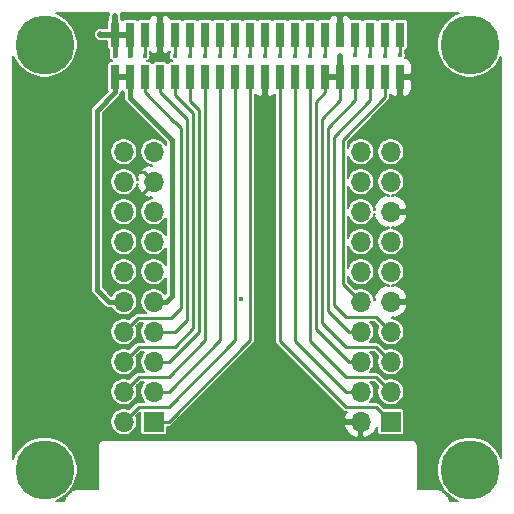
<source format=gbr>
G04 #@! TF.GenerationSoftware,KiCad,Pcbnew,(5.1.6)-1*
G04 #@! TF.CreationDate,2020-11-06T20:31:41+01:00*
G04 #@! TF.ProjectId,DynOSSAT-EDU-HeaderAdapter,44796e4f-5353-4415-942d-4544552d4865,rev?*
G04 #@! TF.SameCoordinates,Original*
G04 #@! TF.FileFunction,Copper,L4,Bot*
G04 #@! TF.FilePolarity,Positive*
%FSLAX46Y46*%
G04 Gerber Fmt 4.6, Leading zero omitted, Abs format (unit mm)*
G04 Created by KiCad (PCBNEW (5.1.6)-1) date 2020-11-06 20:31:41*
%MOMM*%
%LPD*%
G01*
G04 APERTURE LIST*
G04 #@! TA.AperFunction,ComponentPad*
%ADD10C,5.000000*%
G04 #@! TD*
G04 #@! TA.AperFunction,ComponentPad*
%ADD11C,0.800000*%
G04 #@! TD*
G04 #@! TA.AperFunction,SMDPad,CuDef*
%ADD12R,0.750000X2.100000*%
G04 #@! TD*
G04 #@! TA.AperFunction,ComponentPad*
%ADD13R,1.700000X1.700000*%
G04 #@! TD*
G04 #@! TA.AperFunction,ComponentPad*
%ADD14O,1.700000X1.700000*%
G04 #@! TD*
G04 #@! TA.AperFunction,ViaPad*
%ADD15C,0.400000*%
G04 #@! TD*
G04 #@! TA.AperFunction,ViaPad*
%ADD16C,0.450000*%
G04 #@! TD*
G04 #@! TA.AperFunction,Conductor*
%ADD17C,0.250000*%
G04 #@! TD*
G04 #@! TA.AperFunction,Conductor*
%ADD18C,0.200000*%
G04 #@! TD*
G04 #@! TA.AperFunction,Conductor*
%ADD19C,0.500000*%
G04 #@! TD*
G04 #@! TA.AperFunction,Conductor*
%ADD20C,0.400000*%
G04 #@! TD*
G04 APERTURE END LIST*
D10*
X153366000Y-84858200D03*
D11*
X155241000Y-84858200D03*
X154691825Y-86184025D03*
X153366000Y-86733200D03*
X152040175Y-86184025D03*
X151491000Y-84858200D03*
X152040175Y-83532375D03*
X153366000Y-82983200D03*
X154691825Y-83532375D03*
D10*
X153366000Y-120853200D03*
D11*
X155241000Y-120853200D03*
X154691825Y-122179025D03*
X153366000Y-122728200D03*
X152040175Y-122179025D03*
X151491000Y-120853200D03*
X152040175Y-119527375D03*
X153366000Y-118978200D03*
X154691825Y-119527375D03*
X118689825Y-119517375D03*
X117364000Y-118968200D03*
X116038175Y-119517375D03*
X115489000Y-120843200D03*
X116038175Y-122169025D03*
X117364000Y-122718200D03*
X118689825Y-122169025D03*
X119239000Y-120843200D03*
D10*
X117364000Y-120843200D03*
D11*
X118689825Y-83532375D03*
X117364000Y-82983200D03*
X116038175Y-83532375D03*
X115489000Y-84858200D03*
X116038175Y-86184025D03*
X117364000Y-86733200D03*
X118689825Y-86184025D03*
X119239000Y-84858200D03*
D10*
X117364000Y-84858200D03*
D12*
X123317000Y-87601200D03*
X123317000Y-84001200D03*
X124587000Y-87601200D03*
X124587000Y-84001200D03*
X125857000Y-87601200D03*
X125857000Y-84001200D03*
X127127000Y-87601200D03*
X127127000Y-84001200D03*
X128397000Y-87601200D03*
X128397000Y-84001200D03*
X129667000Y-87601200D03*
X129667000Y-84001200D03*
X130937000Y-87601200D03*
X130937000Y-84001200D03*
X132207000Y-87601200D03*
X132207000Y-84001200D03*
X133477000Y-87601200D03*
X133477000Y-84001200D03*
X134747000Y-87601200D03*
X134747000Y-84001200D03*
X136017000Y-87601200D03*
X136017000Y-84001200D03*
X137287000Y-87601200D03*
X137287000Y-84001200D03*
X138557000Y-87601200D03*
X138557000Y-84001200D03*
X139827000Y-87601200D03*
X139827000Y-84001200D03*
X141097000Y-87601200D03*
X141097000Y-84001200D03*
X142367000Y-87601200D03*
X142367000Y-84001200D03*
X143637000Y-87601200D03*
X143637000Y-84001200D03*
X144907000Y-87601200D03*
X144907000Y-84001200D03*
X146177000Y-87601200D03*
X146177000Y-84001200D03*
X147447000Y-87601200D03*
X147447000Y-84001200D03*
D13*
X126593600Y-116789200D03*
D14*
X124053600Y-116789200D03*
X126593600Y-114249200D03*
X124053600Y-114249200D03*
X126593600Y-111709200D03*
X124053600Y-111709200D03*
X126593600Y-109169200D03*
X124053600Y-109169200D03*
X126593600Y-106629200D03*
X124053600Y-106629200D03*
X126593600Y-104089200D03*
X124053600Y-104089200D03*
X126593600Y-101549200D03*
X124053600Y-101549200D03*
X126593600Y-99009200D03*
X124053600Y-99009200D03*
X126593600Y-96469200D03*
X124053600Y-96469200D03*
X126593600Y-93929200D03*
X124053600Y-93929200D03*
X144119600Y-93929200D03*
X146659600Y-93929200D03*
X144119600Y-96469200D03*
X146659600Y-96469200D03*
X144119600Y-99009200D03*
X146659600Y-99009200D03*
X144119600Y-101549200D03*
X146659600Y-101549200D03*
X144119600Y-104089200D03*
X146659600Y-104089200D03*
X144119600Y-106629200D03*
X146659600Y-106629200D03*
X144119600Y-109169200D03*
X146659600Y-109169200D03*
X144119600Y-111709200D03*
X146659600Y-111709200D03*
X144119600Y-114249200D03*
X146659600Y-114249200D03*
X144119600Y-116789200D03*
D13*
X146659600Y-116789200D03*
D15*
X125831600Y-85801200D03*
X122783600Y-95199200D03*
X122783600Y-97739200D03*
X122783600Y-100279200D03*
X148437600Y-87579200D03*
X127101600Y-85801200D03*
X142367000Y-82499200D03*
X128371600Y-85801200D03*
X129641600Y-85801200D03*
X130911600Y-85801200D03*
X132181600Y-85801200D03*
X133451600Y-85801200D03*
X134721600Y-85801200D03*
X135991600Y-85801200D03*
X137261600Y-85801200D03*
X138531600Y-85801200D03*
X143637000Y-85775800D03*
X144881600Y-85801200D03*
X146151600Y-85801200D03*
X147447000Y-85775800D03*
X123291600Y-85801200D03*
X142367000Y-85852000D03*
X122072400Y-83997800D03*
X123317000Y-82448400D03*
X124561600Y-85801200D03*
D16*
X134027000Y-106426000D03*
D15*
X139801600Y-85801200D03*
X141071600Y-85801200D03*
D17*
X125857000Y-88901200D02*
X128345000Y-91389200D01*
X125857000Y-87601200D02*
X125857000Y-88901200D01*
X128345000Y-91389200D02*
X128371600Y-91389200D01*
X128371600Y-91389200D02*
X128879600Y-91897200D01*
X128879600Y-91897200D02*
X128879600Y-107137200D01*
X124903599Y-108319201D02*
X124053600Y-109169200D01*
X125228601Y-107994199D02*
X124903599Y-108319201D01*
X128022601Y-107994199D02*
X125228601Y-107994199D01*
X128879600Y-107137200D02*
X128022601Y-107994199D01*
X125857000Y-84001200D02*
X125857000Y-85775800D01*
X125857000Y-85775800D02*
X125831600Y-85801200D01*
D18*
X136017000Y-87751200D02*
X136017000Y-87751192D01*
X147447000Y-87601200D02*
X148415600Y-87601200D01*
X148415600Y-87601200D02*
X148437600Y-87579200D01*
D17*
X127127000Y-84001200D02*
X127127000Y-85775800D01*
X127127000Y-85775800D02*
X127101600Y-85801200D01*
X123066442Y-95199200D02*
X122783600Y-95199200D01*
X124522602Y-95199200D02*
X123066442Y-95199200D01*
X124942603Y-95619201D02*
X124522602Y-95199200D01*
X125743601Y-95619201D02*
X124942603Y-95619201D01*
X126593600Y-96469200D02*
X125743601Y-95619201D01*
X125323600Y-97739200D02*
X126593600Y-96469200D01*
X122783600Y-97739200D02*
X125323600Y-97739200D01*
D18*
X142367000Y-84001200D02*
X142367000Y-82499200D01*
D17*
X136017000Y-88901200D02*
X136017000Y-87601200D01*
X136017000Y-109922641D02*
X136017000Y-88901200D01*
X144119600Y-116789200D02*
X142883559Y-116789200D01*
X142883559Y-116789200D02*
X136017000Y-109922641D01*
X128397000Y-89128600D02*
X128397000Y-87601200D01*
X125323600Y-110439200D02*
X128371600Y-110439200D01*
X124053600Y-111709200D02*
X125323600Y-110439200D01*
X128371600Y-110439200D02*
X129953590Y-108857210D01*
X129953590Y-90685190D02*
X128397000Y-89128600D01*
X129953590Y-108857210D02*
X129953590Y-90685190D01*
X128397000Y-84001200D02*
X128397000Y-85775800D01*
X128397000Y-85775800D02*
X128371600Y-85801200D01*
X129667000Y-89636600D02*
X129667000Y-87601200D01*
X130403600Y-90373200D02*
X129667000Y-89636600D01*
X130403600Y-109169200D02*
X130403600Y-90373200D01*
X126593600Y-111709200D02*
X127863600Y-111709200D01*
X127863600Y-111709200D02*
X130403600Y-109169200D01*
X129641600Y-84026600D02*
X129667000Y-84001200D01*
X129641600Y-85801200D02*
X129641600Y-84026600D01*
X125323600Y-112979200D02*
X124053600Y-114249200D01*
X127863600Y-112979200D02*
X125323600Y-112979200D01*
X130937000Y-87601200D02*
X130937000Y-109905800D01*
X130937000Y-109905800D02*
X127863600Y-112979200D01*
X130937000Y-84001200D02*
X130937000Y-85775800D01*
X130937000Y-85775800D02*
X130911600Y-85801200D01*
X132207000Y-109905800D02*
X132207000Y-87601200D01*
X126593600Y-114249200D02*
X127863600Y-114249200D01*
X127863600Y-114249200D02*
X132207000Y-109905800D01*
X132181600Y-84026600D02*
X132207000Y-84001200D01*
X132181600Y-85801200D02*
X132181600Y-84026600D01*
X127863600Y-115519200D02*
X133477000Y-109905800D01*
X124053600Y-116789200D02*
X125323600Y-115519200D01*
X133477000Y-109905800D02*
X133477000Y-87601200D01*
X125323600Y-115519200D02*
X127863600Y-115519200D01*
X133451600Y-84026600D02*
X133477000Y-84001200D01*
X133451600Y-85801200D02*
X133451600Y-84026600D01*
D18*
X134747000Y-87601200D02*
X134747000Y-87751200D01*
D17*
X134747000Y-87601200D02*
X134747000Y-109905800D01*
X127863600Y-116789200D02*
X126593600Y-116789200D01*
X134747000Y-109905800D02*
X127863600Y-116789200D01*
X134747000Y-84001200D02*
X134747000Y-85775800D01*
X134747000Y-85775800D02*
X134721600Y-85801200D01*
X136017000Y-84001200D02*
X136017000Y-85775800D01*
X136017000Y-85775800D02*
X135991600Y-85801200D01*
X142849600Y-114249200D02*
X144119600Y-114249200D01*
X138557000Y-87601200D02*
X138557000Y-109956600D01*
X138557000Y-109956600D02*
X142849600Y-114249200D01*
X137287000Y-84001200D02*
X137287000Y-85775800D01*
X137287000Y-85775800D02*
X137261600Y-85801200D01*
X145809601Y-113399201D02*
X146659600Y-114249200D01*
X145389600Y-112979200D02*
X145809601Y-113399201D01*
X142849600Y-112979200D02*
X145389600Y-112979200D01*
X139827000Y-87601200D02*
X139827000Y-109956600D01*
X139827000Y-109956600D02*
X142849600Y-112979200D01*
X138557000Y-84001200D02*
X138557000Y-85775800D01*
X138557000Y-85775800D02*
X138531600Y-85801200D01*
X142595600Y-92913200D02*
X146177000Y-89331800D01*
X144119600Y-106629200D02*
X142595600Y-105105200D01*
X146177000Y-89331800D02*
X146177000Y-87601200D01*
X142595600Y-105105200D02*
X142595600Y-92913200D01*
D19*
X143637000Y-87601200D02*
X143637000Y-87751200D01*
D17*
X141325600Y-107391200D02*
X143103600Y-109169200D01*
X141325600Y-91897200D02*
X141325600Y-107391200D01*
X143637000Y-87601200D02*
X143637000Y-89585800D01*
X143103600Y-109169200D02*
X144119600Y-109169200D01*
X143637000Y-89585800D02*
X141325600Y-91897200D01*
X143637000Y-84001200D02*
X143637000Y-85775800D01*
X141833600Y-106866200D02*
X141850600Y-106883200D01*
X141833600Y-92659200D02*
X141833600Y-106866200D01*
X144907000Y-87601200D02*
X144907000Y-89585800D01*
X144907000Y-89585800D02*
X141833600Y-92659200D01*
X142866600Y-107899200D02*
X141850600Y-106883200D01*
X146659600Y-109169200D02*
X145389600Y-107899200D01*
X145389600Y-107899200D02*
X142866600Y-107899200D01*
X144907000Y-84001200D02*
X144907000Y-85775800D01*
X144907000Y-85775800D02*
X144881600Y-85801200D01*
X146177000Y-84001200D02*
X146177000Y-85775800D01*
X146177000Y-85775800D02*
X146151600Y-85801200D01*
X147447000Y-84001200D02*
X147447000Y-85775800D01*
D20*
X121767600Y-105613200D02*
X122783600Y-106629200D01*
X122783600Y-106629200D02*
X124053600Y-106629200D01*
X121767600Y-90450600D02*
X121767600Y-105613200D01*
X123317000Y-87601200D02*
X123317000Y-88901200D01*
X123317000Y-88901200D02*
X121767600Y-90450600D01*
X124587000Y-88901200D02*
X124587000Y-87601200D01*
X127609600Y-106629200D02*
X128117600Y-106121200D01*
X126593600Y-106629200D02*
X127609600Y-106629200D01*
X128117600Y-92913200D02*
X124587000Y-89382600D01*
X128117600Y-106121200D02*
X128117600Y-92913200D01*
X124587000Y-89382600D02*
X124587000Y-88901200D01*
D19*
X123317000Y-87601200D02*
X124587000Y-87601200D01*
D20*
X123317000Y-84001200D02*
X123317000Y-85775800D01*
D17*
X123317000Y-85775800D02*
X123291600Y-85801200D01*
X140309600Y-108915200D02*
X143103600Y-111709200D01*
X141097000Y-87601200D02*
X141097000Y-88901200D01*
X143103600Y-111709200D02*
X144119600Y-111709200D01*
X141097000Y-88901200D02*
X140309600Y-89688600D01*
X140309600Y-89688600D02*
X140309600Y-108915200D01*
X145809601Y-110859201D02*
X146659600Y-111709200D01*
X145389600Y-110439200D02*
X145809601Y-110859201D01*
X142367000Y-89585800D02*
X140817600Y-91135200D01*
X142367000Y-87601200D02*
X142367000Y-89585800D01*
X140817600Y-91135200D02*
X140817600Y-108407200D01*
X142849600Y-110439200D02*
X145389600Y-110439200D01*
X140817600Y-108407200D02*
X142849600Y-110439200D01*
D19*
X141097000Y-87601200D02*
X142367000Y-87601200D01*
X142367000Y-87601200D02*
X142367000Y-85852000D01*
X123317000Y-84001200D02*
X122075800Y-84001200D01*
X122075800Y-84001200D02*
X122072400Y-83997800D01*
X123317000Y-84001200D02*
X123317000Y-82448400D01*
D17*
X124587000Y-85775800D02*
X124561600Y-85801200D01*
D20*
X124587000Y-84001200D02*
X124587000Y-85775800D01*
D19*
X123317000Y-84001200D02*
X124587000Y-84001200D01*
D17*
X129387600Y-91135200D02*
X127127000Y-88874600D01*
X129387600Y-108153200D02*
X129387600Y-91135200D01*
X126593600Y-109169200D02*
X128371600Y-109169200D01*
X127127000Y-88874600D02*
X127127000Y-87601200D01*
X128371600Y-109169200D02*
X129387600Y-108153200D01*
X146659600Y-116789200D02*
X145389600Y-115519200D01*
X137287000Y-109956600D02*
X137287000Y-87601200D01*
X142849600Y-115519200D02*
X137287000Y-109956600D01*
X145389600Y-115519200D02*
X142849600Y-115519200D01*
X139827000Y-84001200D02*
X139827000Y-85775800D01*
X139827000Y-85775800D02*
X139801600Y-85801200D01*
X141097000Y-84001200D02*
X141097000Y-85775800D01*
X141097000Y-85775800D02*
X141071600Y-85801200D01*
D18*
G36*
X152039703Y-82376872D02*
G01*
X151581104Y-82683298D01*
X151191098Y-83073304D01*
X150884672Y-83531903D01*
X150673602Y-84041470D01*
X150566000Y-84582424D01*
X150566000Y-85133976D01*
X150673602Y-85674930D01*
X150884672Y-86184497D01*
X151191098Y-86643096D01*
X151581104Y-87033102D01*
X152039703Y-87339528D01*
X152549270Y-87550598D01*
X153090224Y-87658200D01*
X153641776Y-87658200D01*
X154182730Y-87550598D01*
X154692297Y-87339528D01*
X155150896Y-87033102D01*
X155540902Y-86643096D01*
X155847328Y-86184497D01*
X155973000Y-85881099D01*
X155973001Y-119830304D01*
X155847328Y-119526903D01*
X155540902Y-119068304D01*
X155150896Y-118678298D01*
X154692297Y-118371872D01*
X154182730Y-118160802D01*
X153641776Y-118053200D01*
X153090224Y-118053200D01*
X152549270Y-118160802D01*
X152039703Y-118371872D01*
X151581104Y-118678298D01*
X151191098Y-119068304D01*
X150884672Y-119526903D01*
X150673602Y-120036470D01*
X150566000Y-120577424D01*
X150566000Y-121128976D01*
X150673602Y-121669930D01*
X150884672Y-122179497D01*
X151191098Y-122638096D01*
X151581104Y-123028102D01*
X152039703Y-123334528D01*
X152345033Y-123461000D01*
X151666292Y-123461000D01*
X151628092Y-123337594D01*
X151614920Y-123306259D01*
X151602189Y-123274749D01*
X151599731Y-123270125D01*
X151506907Y-123098449D01*
X151487900Y-123070270D01*
X151469289Y-123041830D01*
X151465980Y-123037772D01*
X151341576Y-122887394D01*
X151317430Y-122863416D01*
X151293679Y-122839163D01*
X151289645Y-122835825D01*
X151138403Y-122712475D01*
X151110090Y-122693664D01*
X151082050Y-122674464D01*
X151077444Y-122671974D01*
X150905121Y-122580348D01*
X150873686Y-122567392D01*
X150842459Y-122554008D01*
X150837457Y-122552459D01*
X150650621Y-122496050D01*
X150617273Y-122489447D01*
X150584035Y-122482382D01*
X150578827Y-122481835D01*
X150384594Y-122462790D01*
X150366419Y-122461000D01*
X148939600Y-122461000D01*
X148939600Y-118746019D01*
X148941414Y-118727600D01*
X148934174Y-118654087D01*
X148912731Y-118583400D01*
X148877909Y-118518253D01*
X148831048Y-118461152D01*
X148773947Y-118414291D01*
X148708800Y-118379469D01*
X148638113Y-118358026D01*
X148583019Y-118352600D01*
X148564600Y-118350786D01*
X148546181Y-118352600D01*
X122294019Y-118352600D01*
X122275600Y-118350786D01*
X122257181Y-118352600D01*
X122202087Y-118358026D01*
X122131400Y-118379469D01*
X122066253Y-118414291D01*
X122009152Y-118461152D01*
X121962291Y-118518253D01*
X121927469Y-118583400D01*
X121906026Y-118654087D01*
X121898786Y-118727600D01*
X121900600Y-118746019D01*
X121900601Y-122459711D01*
X120327525Y-122461018D01*
X120311599Y-122462600D01*
X120307031Y-122462568D01*
X120301820Y-122463078D01*
X120107723Y-122483479D01*
X120074359Y-122490328D01*
X120041045Y-122496683D01*
X120036036Y-122498195D01*
X120036030Y-122498196D01*
X120036024Y-122498198D01*
X119849594Y-122555908D01*
X119818259Y-122569080D01*
X119786749Y-122581811D01*
X119782125Y-122584269D01*
X119610449Y-122677093D01*
X119582270Y-122696100D01*
X119553830Y-122714711D01*
X119549772Y-122718020D01*
X119399394Y-122842424D01*
X119375416Y-122866570D01*
X119351163Y-122890321D01*
X119347825Y-122894355D01*
X119224475Y-123045597D01*
X119205664Y-123073910D01*
X119186464Y-123101950D01*
X119183974Y-123106556D01*
X119092348Y-123278879D01*
X119079392Y-123310314D01*
X119066008Y-123341541D01*
X119064459Y-123346543D01*
X119029902Y-123461000D01*
X118360825Y-123461000D01*
X118690297Y-123324528D01*
X119148896Y-123018102D01*
X119538902Y-122628096D01*
X119845328Y-122169497D01*
X120056398Y-121659930D01*
X120164000Y-121118976D01*
X120164000Y-120567424D01*
X120056398Y-120026470D01*
X119845328Y-119516903D01*
X119538902Y-119058304D01*
X119148896Y-118668298D01*
X118690297Y-118361872D01*
X118180730Y-118150802D01*
X117639776Y-118043200D01*
X117088224Y-118043200D01*
X116547270Y-118150802D01*
X116037703Y-118361872D01*
X115579104Y-118668298D01*
X115189098Y-119058304D01*
X114882672Y-119516903D01*
X114723000Y-119902385D01*
X114723000Y-85799015D01*
X114882672Y-86184497D01*
X115189098Y-86643096D01*
X115579104Y-87033102D01*
X116037703Y-87339528D01*
X116547270Y-87550598D01*
X117088224Y-87658200D01*
X117639776Y-87658200D01*
X118180730Y-87550598D01*
X118690297Y-87339528D01*
X119148896Y-87033102D01*
X119538902Y-86643096D01*
X119845328Y-86184497D01*
X120056398Y-85674930D01*
X120164000Y-85133976D01*
X120164000Y-84582424D01*
X120056398Y-84041470D01*
X119845328Y-83531903D01*
X119538902Y-83073304D01*
X119148896Y-82683298D01*
X118690297Y-82376872D01*
X118289859Y-82211005D01*
X122820254Y-82211004D01*
X122806409Y-82236906D01*
X122774959Y-82340581D01*
X122767001Y-82421382D01*
X122767001Y-82706726D01*
X122728842Y-82738042D01*
X122691353Y-82783723D01*
X122663496Y-82835840D01*
X122646341Y-82892390D01*
X122640549Y-82951200D01*
X122640549Y-83451200D01*
X122133929Y-83451200D01*
X122072400Y-83445140D01*
X121964582Y-83455759D01*
X121860906Y-83487209D01*
X121765358Y-83538279D01*
X121681610Y-83607010D01*
X121612879Y-83690758D01*
X121561809Y-83786306D01*
X121530359Y-83889982D01*
X121519740Y-83997800D01*
X121530359Y-84105618D01*
X121561809Y-84209294D01*
X121612879Y-84304842D01*
X121664387Y-84367604D01*
X121667787Y-84371004D01*
X121685010Y-84391990D01*
X121768758Y-84460721D01*
X121864306Y-84511792D01*
X121967981Y-84543242D01*
X122048782Y-84551200D01*
X122048791Y-84551200D01*
X122075799Y-84553860D01*
X122102807Y-84551200D01*
X122640549Y-84551200D01*
X122640549Y-85051200D01*
X122646341Y-85110010D01*
X122663496Y-85166560D01*
X122691353Y-85218677D01*
X122728842Y-85264358D01*
X122774523Y-85301847D01*
X122817001Y-85324552D01*
X122817001Y-85640421D01*
X122810815Y-85655355D01*
X122791600Y-85751954D01*
X122791600Y-85850446D01*
X122810815Y-85947045D01*
X122848506Y-86038039D01*
X122903225Y-86119931D01*
X122972869Y-86189575D01*
X123054761Y-86244294D01*
X123067931Y-86249749D01*
X122942000Y-86249749D01*
X122883190Y-86255541D01*
X122826640Y-86272696D01*
X122774523Y-86300553D01*
X122728842Y-86338042D01*
X122691353Y-86383723D01*
X122663496Y-86435840D01*
X122646341Y-86492390D01*
X122640549Y-86551200D01*
X122640549Y-88651200D01*
X122646341Y-88710010D01*
X122663496Y-88766560D01*
X122691353Y-88818677D01*
X122691832Y-88819261D01*
X121431424Y-90079671D01*
X121412336Y-90095336D01*
X121349854Y-90171471D01*
X121303425Y-90258334D01*
X121293854Y-90289886D01*
X121274835Y-90352583D01*
X121265181Y-90450600D01*
X121267600Y-90475160D01*
X121267601Y-105588630D01*
X121265181Y-105613200D01*
X121274835Y-105711217D01*
X121303426Y-105805467D01*
X121349855Y-105892329D01*
X121412337Y-105968464D01*
X121431419Y-105984124D01*
X122412675Y-106965381D01*
X122428336Y-106984464D01*
X122504471Y-107046946D01*
X122591333Y-107093375D01*
X122656992Y-107113292D01*
X122685582Y-107121965D01*
X122783600Y-107131619D01*
X122808160Y-107129200D01*
X123015956Y-107129200D01*
X123034484Y-107173929D01*
X123160337Y-107362282D01*
X123320518Y-107522463D01*
X123508871Y-107648316D01*
X123718157Y-107735006D01*
X123940335Y-107779200D01*
X124166865Y-107779200D01*
X124389043Y-107735006D01*
X124598329Y-107648316D01*
X124786682Y-107522463D01*
X124946863Y-107362282D01*
X125072716Y-107173929D01*
X125159406Y-106964643D01*
X125203600Y-106742465D01*
X125203600Y-106515935D01*
X125159406Y-106293757D01*
X125072716Y-106084471D01*
X124946863Y-105896118D01*
X124786682Y-105735937D01*
X124598329Y-105610084D01*
X124389043Y-105523394D01*
X124166865Y-105479200D01*
X123940335Y-105479200D01*
X123718157Y-105523394D01*
X123508871Y-105610084D01*
X123320518Y-105735937D01*
X123160337Y-105896118D01*
X123034484Y-106084471D01*
X123015956Y-106129200D01*
X122990706Y-106129200D01*
X122267600Y-105406095D01*
X122267600Y-103975935D01*
X122903600Y-103975935D01*
X122903600Y-104202465D01*
X122947794Y-104424643D01*
X123034484Y-104633929D01*
X123160337Y-104822282D01*
X123320518Y-104982463D01*
X123508871Y-105108316D01*
X123718157Y-105195006D01*
X123940335Y-105239200D01*
X124166865Y-105239200D01*
X124389043Y-105195006D01*
X124598329Y-105108316D01*
X124786682Y-104982463D01*
X124946863Y-104822282D01*
X125072716Y-104633929D01*
X125159406Y-104424643D01*
X125203600Y-104202465D01*
X125203600Y-103975935D01*
X125159406Y-103753757D01*
X125072716Y-103544471D01*
X124946863Y-103356118D01*
X124786682Y-103195937D01*
X124598329Y-103070084D01*
X124389043Y-102983394D01*
X124166865Y-102939200D01*
X123940335Y-102939200D01*
X123718157Y-102983394D01*
X123508871Y-103070084D01*
X123320518Y-103195937D01*
X123160337Y-103356118D01*
X123034484Y-103544471D01*
X122947794Y-103753757D01*
X122903600Y-103975935D01*
X122267600Y-103975935D01*
X122267600Y-101435935D01*
X122903600Y-101435935D01*
X122903600Y-101662465D01*
X122947794Y-101884643D01*
X123034484Y-102093929D01*
X123160337Y-102282282D01*
X123320518Y-102442463D01*
X123508871Y-102568316D01*
X123718157Y-102655006D01*
X123940335Y-102699200D01*
X124166865Y-102699200D01*
X124389043Y-102655006D01*
X124598329Y-102568316D01*
X124786682Y-102442463D01*
X124946863Y-102282282D01*
X125072716Y-102093929D01*
X125159406Y-101884643D01*
X125203600Y-101662465D01*
X125203600Y-101435935D01*
X125159406Y-101213757D01*
X125072716Y-101004471D01*
X124946863Y-100816118D01*
X124786682Y-100655937D01*
X124598329Y-100530084D01*
X124389043Y-100443394D01*
X124166865Y-100399200D01*
X123940335Y-100399200D01*
X123718157Y-100443394D01*
X123508871Y-100530084D01*
X123320518Y-100655937D01*
X123160337Y-100816118D01*
X123034484Y-101004471D01*
X122947794Y-101213757D01*
X122903600Y-101435935D01*
X122267600Y-101435935D01*
X122267600Y-98895935D01*
X122903600Y-98895935D01*
X122903600Y-99122465D01*
X122947794Y-99344643D01*
X123034484Y-99553929D01*
X123160337Y-99742282D01*
X123320518Y-99902463D01*
X123508871Y-100028316D01*
X123718157Y-100115006D01*
X123940335Y-100159200D01*
X124166865Y-100159200D01*
X124389043Y-100115006D01*
X124598329Y-100028316D01*
X124786682Y-99902463D01*
X124946863Y-99742282D01*
X125072716Y-99553929D01*
X125159406Y-99344643D01*
X125203600Y-99122465D01*
X125203600Y-98895935D01*
X125159406Y-98673757D01*
X125072716Y-98464471D01*
X124946863Y-98276118D01*
X124786682Y-98115937D01*
X124598329Y-97990084D01*
X124389043Y-97903394D01*
X124166865Y-97859200D01*
X123940335Y-97859200D01*
X123718157Y-97903394D01*
X123508871Y-97990084D01*
X123320518Y-98115937D01*
X123160337Y-98276118D01*
X123034484Y-98464471D01*
X122947794Y-98673757D01*
X122903600Y-98895935D01*
X122267600Y-98895935D01*
X122267600Y-93815935D01*
X122903600Y-93815935D01*
X122903600Y-94042465D01*
X122947794Y-94264643D01*
X123034484Y-94473929D01*
X123160337Y-94662282D01*
X123320518Y-94822463D01*
X123508871Y-94948316D01*
X123718157Y-95035006D01*
X123940335Y-95079200D01*
X124166865Y-95079200D01*
X124389043Y-95035006D01*
X124598329Y-94948316D01*
X124786682Y-94822463D01*
X124946863Y-94662282D01*
X125072716Y-94473929D01*
X125159406Y-94264643D01*
X125203600Y-94042465D01*
X125203600Y-93815935D01*
X125159406Y-93593757D01*
X125072716Y-93384471D01*
X124946863Y-93196118D01*
X124786682Y-93035937D01*
X124598329Y-92910084D01*
X124389043Y-92823394D01*
X124166865Y-92779200D01*
X123940335Y-92779200D01*
X123718157Y-92823394D01*
X123508871Y-92910084D01*
X123320518Y-93035937D01*
X123160337Y-93196118D01*
X123034484Y-93384471D01*
X122947794Y-93593757D01*
X122903600Y-93815935D01*
X122267600Y-93815935D01*
X122267600Y-90657705D01*
X123653187Y-89272120D01*
X123672264Y-89256464D01*
X123734746Y-89180329D01*
X123781175Y-89093467D01*
X123809765Y-88999217D01*
X123817000Y-88925760D01*
X123817000Y-88925751D01*
X123817125Y-88924485D01*
X123859477Y-88901847D01*
X123905158Y-88864358D01*
X123942647Y-88818677D01*
X123952000Y-88801179D01*
X123961353Y-88818677D01*
X123998842Y-88864358D01*
X124044523Y-88901847D01*
X124087000Y-88924551D01*
X124087000Y-88925759D01*
X124087001Y-88925768D01*
X124087000Y-89358039D01*
X124084581Y-89382600D01*
X124094235Y-89480617D01*
X124098667Y-89495226D01*
X124122825Y-89574866D01*
X124169254Y-89661729D01*
X124231736Y-89737864D01*
X124250824Y-89753529D01*
X127617601Y-93120308D01*
X127617601Y-93396264D01*
X127612716Y-93384471D01*
X127486863Y-93196118D01*
X127326682Y-93035937D01*
X127138329Y-92910084D01*
X126929043Y-92823394D01*
X126706865Y-92779200D01*
X126480335Y-92779200D01*
X126258157Y-92823394D01*
X126048871Y-92910084D01*
X125860518Y-93035937D01*
X125700337Y-93196118D01*
X125574484Y-93384471D01*
X125487794Y-93593757D01*
X125443600Y-93815935D01*
X125443600Y-94042465D01*
X125487794Y-94264643D01*
X125574484Y-94473929D01*
X125700337Y-94662282D01*
X125860518Y-94822463D01*
X126048871Y-94948316D01*
X126258157Y-95035006D01*
X126439598Y-95071097D01*
X126439598Y-95171349D01*
X126214689Y-95061291D01*
X125947300Y-95162265D01*
X125704748Y-95313464D01*
X125496354Y-95509078D01*
X125330127Y-95741589D01*
X125212454Y-96002061D01*
X125185697Y-96090290D01*
X125296710Y-96315198D01*
X125195497Y-96315198D01*
X125159406Y-96133757D01*
X125072716Y-95924471D01*
X124946863Y-95736118D01*
X124786682Y-95575937D01*
X124598329Y-95450084D01*
X124389043Y-95363394D01*
X124166865Y-95319200D01*
X123940335Y-95319200D01*
X123718157Y-95363394D01*
X123508871Y-95450084D01*
X123320518Y-95575937D01*
X123160337Y-95736118D01*
X123034484Y-95924471D01*
X122947794Y-96133757D01*
X122903600Y-96355935D01*
X122903600Y-96582465D01*
X122947794Y-96804643D01*
X123034484Y-97013929D01*
X123160337Y-97202282D01*
X123320518Y-97362463D01*
X123508871Y-97488316D01*
X123718157Y-97575006D01*
X123940335Y-97619200D01*
X124166865Y-97619200D01*
X124389043Y-97575006D01*
X124598329Y-97488316D01*
X124786682Y-97362463D01*
X124946863Y-97202282D01*
X125072716Y-97013929D01*
X125159406Y-96804643D01*
X125195497Y-96623202D01*
X125296710Y-96623202D01*
X125185697Y-96848110D01*
X125212454Y-96936339D01*
X125330127Y-97196811D01*
X125496354Y-97429322D01*
X125704748Y-97624936D01*
X125947300Y-97776135D01*
X126214689Y-97877109D01*
X126439598Y-97767051D01*
X126439598Y-97867303D01*
X126258157Y-97903394D01*
X126048871Y-97990084D01*
X125860518Y-98115937D01*
X125700337Y-98276118D01*
X125574484Y-98464471D01*
X125487794Y-98673757D01*
X125443600Y-98895935D01*
X125443600Y-99122465D01*
X125487794Y-99344643D01*
X125574484Y-99553929D01*
X125700337Y-99742282D01*
X125860518Y-99902463D01*
X126048871Y-100028316D01*
X126258157Y-100115006D01*
X126480335Y-100159200D01*
X126706865Y-100159200D01*
X126929043Y-100115006D01*
X127138329Y-100028316D01*
X127326682Y-99902463D01*
X127486863Y-99742282D01*
X127612716Y-99553929D01*
X127617600Y-99542137D01*
X127617600Y-101016263D01*
X127612716Y-101004471D01*
X127486863Y-100816118D01*
X127326682Y-100655937D01*
X127138329Y-100530084D01*
X126929043Y-100443394D01*
X126706865Y-100399200D01*
X126480335Y-100399200D01*
X126258157Y-100443394D01*
X126048871Y-100530084D01*
X125860518Y-100655937D01*
X125700337Y-100816118D01*
X125574484Y-101004471D01*
X125487794Y-101213757D01*
X125443600Y-101435935D01*
X125443600Y-101662465D01*
X125487794Y-101884643D01*
X125574484Y-102093929D01*
X125700337Y-102282282D01*
X125860518Y-102442463D01*
X126048871Y-102568316D01*
X126258157Y-102655006D01*
X126480335Y-102699200D01*
X126706865Y-102699200D01*
X126929043Y-102655006D01*
X127138329Y-102568316D01*
X127326682Y-102442463D01*
X127486863Y-102282282D01*
X127612716Y-102093929D01*
X127617600Y-102082137D01*
X127617600Y-103556262D01*
X127612716Y-103544471D01*
X127486863Y-103356118D01*
X127326682Y-103195937D01*
X127138329Y-103070084D01*
X126929043Y-102983394D01*
X126706865Y-102939200D01*
X126480335Y-102939200D01*
X126258157Y-102983394D01*
X126048871Y-103070084D01*
X125860518Y-103195937D01*
X125700337Y-103356118D01*
X125574484Y-103544471D01*
X125487794Y-103753757D01*
X125443600Y-103975935D01*
X125443600Y-104202465D01*
X125487794Y-104424643D01*
X125574484Y-104633929D01*
X125700337Y-104822282D01*
X125860518Y-104982463D01*
X126048871Y-105108316D01*
X126258157Y-105195006D01*
X126480335Y-105239200D01*
X126706865Y-105239200D01*
X126929043Y-105195006D01*
X127138329Y-105108316D01*
X127326682Y-104982463D01*
X127486863Y-104822282D01*
X127612716Y-104633929D01*
X127617600Y-104622138D01*
X127617600Y-105914094D01*
X127546429Y-105985265D01*
X127486863Y-105896118D01*
X127326682Y-105735937D01*
X127138329Y-105610084D01*
X126929043Y-105523394D01*
X126706865Y-105479200D01*
X126480335Y-105479200D01*
X126258157Y-105523394D01*
X126048871Y-105610084D01*
X125860518Y-105735937D01*
X125700337Y-105896118D01*
X125574484Y-106084471D01*
X125487794Y-106293757D01*
X125443600Y-106515935D01*
X125443600Y-106742465D01*
X125487794Y-106964643D01*
X125574484Y-107173929D01*
X125700337Y-107362282D01*
X125860518Y-107522463D01*
X125930464Y-107569199D01*
X125249467Y-107569199D01*
X125228600Y-107567144D01*
X125207733Y-107569199D01*
X125207727Y-107569199D01*
X125153699Y-107574520D01*
X125145286Y-107575349D01*
X125120984Y-107582721D01*
X125065174Y-107599651D01*
X124991341Y-107639115D01*
X124926627Y-107692225D01*
X124913322Y-107708437D01*
X124617843Y-108003917D01*
X124617838Y-108003921D01*
X124508771Y-108112988D01*
X124389043Y-108063394D01*
X124166865Y-108019200D01*
X123940335Y-108019200D01*
X123718157Y-108063394D01*
X123508871Y-108150084D01*
X123320518Y-108275937D01*
X123160337Y-108436118D01*
X123034484Y-108624471D01*
X122947794Y-108833757D01*
X122903600Y-109055935D01*
X122903600Y-109282465D01*
X122947794Y-109504643D01*
X123034484Y-109713929D01*
X123160337Y-109902282D01*
X123320518Y-110062463D01*
X123508871Y-110188316D01*
X123718157Y-110275006D01*
X123940335Y-110319200D01*
X124166865Y-110319200D01*
X124389043Y-110275006D01*
X124598329Y-110188316D01*
X124786682Y-110062463D01*
X124946863Y-109902282D01*
X125072716Y-109713929D01*
X125159406Y-109504643D01*
X125203600Y-109282465D01*
X125203600Y-109055935D01*
X125159406Y-108833757D01*
X125109812Y-108714029D01*
X125218879Y-108604962D01*
X125218883Y-108604957D01*
X125404642Y-108419199D01*
X125717256Y-108419199D01*
X125700337Y-108436118D01*
X125574484Y-108624471D01*
X125487794Y-108833757D01*
X125443600Y-109055935D01*
X125443600Y-109282465D01*
X125487794Y-109504643D01*
X125574484Y-109713929D01*
X125700337Y-109902282D01*
X125812255Y-110014200D01*
X125344466Y-110014200D01*
X125323599Y-110012145D01*
X125302732Y-110014200D01*
X125302726Y-110014200D01*
X125248698Y-110019521D01*
X125240285Y-110020350D01*
X125215983Y-110027722D01*
X125160173Y-110044652D01*
X125086340Y-110084116D01*
X125021626Y-110137226D01*
X125008321Y-110153438D01*
X124508772Y-110652988D01*
X124389043Y-110603394D01*
X124166865Y-110559200D01*
X123940335Y-110559200D01*
X123718157Y-110603394D01*
X123508871Y-110690084D01*
X123320518Y-110815937D01*
X123160337Y-110976118D01*
X123034484Y-111164471D01*
X122947794Y-111373757D01*
X122903600Y-111595935D01*
X122903600Y-111822465D01*
X122947794Y-112044643D01*
X123034484Y-112253929D01*
X123160337Y-112442282D01*
X123320518Y-112602463D01*
X123508871Y-112728316D01*
X123718157Y-112815006D01*
X123940335Y-112859200D01*
X124166865Y-112859200D01*
X124389043Y-112815006D01*
X124598329Y-112728316D01*
X124786682Y-112602463D01*
X124946863Y-112442282D01*
X125072716Y-112253929D01*
X125159406Y-112044643D01*
X125203600Y-111822465D01*
X125203600Y-111595935D01*
X125159406Y-111373757D01*
X125109812Y-111254028D01*
X125499641Y-110864200D01*
X125812255Y-110864200D01*
X125700337Y-110976118D01*
X125574484Y-111164471D01*
X125487794Y-111373757D01*
X125443600Y-111595935D01*
X125443600Y-111822465D01*
X125487794Y-112044643D01*
X125574484Y-112253929D01*
X125700337Y-112442282D01*
X125812255Y-112554200D01*
X125344466Y-112554200D01*
X125323599Y-112552145D01*
X125302732Y-112554200D01*
X125302726Y-112554200D01*
X125248698Y-112559521D01*
X125240285Y-112560350D01*
X125215983Y-112567722D01*
X125160173Y-112584652D01*
X125086340Y-112624116D01*
X125021626Y-112677226D01*
X125008321Y-112693438D01*
X124508772Y-113192988D01*
X124389043Y-113143394D01*
X124166865Y-113099200D01*
X123940335Y-113099200D01*
X123718157Y-113143394D01*
X123508871Y-113230084D01*
X123320518Y-113355937D01*
X123160337Y-113516118D01*
X123034484Y-113704471D01*
X122947794Y-113913757D01*
X122903600Y-114135935D01*
X122903600Y-114362465D01*
X122947794Y-114584643D01*
X123034484Y-114793929D01*
X123160337Y-114982282D01*
X123320518Y-115142463D01*
X123508871Y-115268316D01*
X123718157Y-115355006D01*
X123940335Y-115399200D01*
X124166865Y-115399200D01*
X124389043Y-115355006D01*
X124598329Y-115268316D01*
X124786682Y-115142463D01*
X124946863Y-114982282D01*
X125072716Y-114793929D01*
X125159406Y-114584643D01*
X125203600Y-114362465D01*
X125203600Y-114135935D01*
X125159406Y-113913757D01*
X125109812Y-113794028D01*
X125499641Y-113404200D01*
X125812255Y-113404200D01*
X125700337Y-113516118D01*
X125574484Y-113704471D01*
X125487794Y-113913757D01*
X125443600Y-114135935D01*
X125443600Y-114362465D01*
X125487794Y-114584643D01*
X125574484Y-114793929D01*
X125700337Y-114982282D01*
X125812255Y-115094200D01*
X125344466Y-115094200D01*
X125323599Y-115092145D01*
X125302732Y-115094200D01*
X125302726Y-115094200D01*
X125248698Y-115099521D01*
X125240285Y-115100350D01*
X125215983Y-115107722D01*
X125160173Y-115124652D01*
X125086340Y-115164116D01*
X125021626Y-115217226D01*
X125008321Y-115233438D01*
X124508772Y-115732988D01*
X124389043Y-115683394D01*
X124166865Y-115639200D01*
X123940335Y-115639200D01*
X123718157Y-115683394D01*
X123508871Y-115770084D01*
X123320518Y-115895937D01*
X123160337Y-116056118D01*
X123034484Y-116244471D01*
X122947794Y-116453757D01*
X122903600Y-116675935D01*
X122903600Y-116902465D01*
X122947794Y-117124643D01*
X123034484Y-117333929D01*
X123160337Y-117522282D01*
X123320518Y-117682463D01*
X123508871Y-117808316D01*
X123718157Y-117895006D01*
X123940335Y-117939200D01*
X124166865Y-117939200D01*
X124389043Y-117895006D01*
X124598329Y-117808316D01*
X124786682Y-117682463D01*
X124946863Y-117522282D01*
X125072716Y-117333929D01*
X125159406Y-117124643D01*
X125203600Y-116902465D01*
X125203600Y-116675935D01*
X125159406Y-116453757D01*
X125109812Y-116334028D01*
X125442149Y-116001692D01*
X125442149Y-117639200D01*
X125447941Y-117698010D01*
X125465096Y-117754560D01*
X125492953Y-117806677D01*
X125530442Y-117852358D01*
X125576123Y-117889847D01*
X125628240Y-117917704D01*
X125684790Y-117934859D01*
X125743600Y-117940651D01*
X127443600Y-117940651D01*
X127502410Y-117934859D01*
X127558960Y-117917704D01*
X127611077Y-117889847D01*
X127656758Y-117852358D01*
X127694247Y-117806677D01*
X127722104Y-117754560D01*
X127739259Y-117698010D01*
X127745051Y-117639200D01*
X127745051Y-117214200D01*
X127842733Y-117214200D01*
X127863600Y-117216255D01*
X127884467Y-117214200D01*
X127884474Y-117214200D01*
X127946914Y-117208050D01*
X128027027Y-117183748D01*
X128056284Y-117168110D01*
X142711697Y-117168110D01*
X142738454Y-117256339D01*
X142856127Y-117516811D01*
X143022354Y-117749322D01*
X143230748Y-117944936D01*
X143473300Y-118096135D01*
X143740689Y-118197109D01*
X143965600Y-118087050D01*
X143965600Y-116943200D01*
X142822711Y-116943200D01*
X142711697Y-117168110D01*
X128056284Y-117168110D01*
X128100860Y-117144284D01*
X128165574Y-117091174D01*
X128178884Y-117074956D01*
X135032756Y-110221084D01*
X135048974Y-110207774D01*
X135102084Y-110143060D01*
X135141548Y-110069227D01*
X135165850Y-109989114D01*
X135172000Y-109926674D01*
X135172000Y-109926667D01*
X135174055Y-109905800D01*
X135172000Y-109884933D01*
X135172000Y-89036899D01*
X135209999Y-89083201D01*
X135302579Y-89159180D01*
X135408203Y-89215637D01*
X135522811Y-89250403D01*
X135642000Y-89262142D01*
X135711000Y-89259200D01*
X135863000Y-89107200D01*
X135863000Y-87755200D01*
X135843000Y-87755200D01*
X135843000Y-87447200D01*
X135863000Y-87447200D01*
X135863000Y-87427200D01*
X136171000Y-87427200D01*
X136171000Y-87447200D01*
X136191000Y-87447200D01*
X136191000Y-87755200D01*
X136171000Y-87755200D01*
X136171000Y-89107200D01*
X136323000Y-89259200D01*
X136392000Y-89262142D01*
X136511189Y-89250403D01*
X136625797Y-89215637D01*
X136731421Y-89159180D01*
X136824001Y-89083201D01*
X136862001Y-89036898D01*
X136862000Y-109935733D01*
X136859945Y-109956600D01*
X136862000Y-109977467D01*
X136862000Y-109977473D01*
X136866223Y-110020350D01*
X136868150Y-110039914D01*
X136869588Y-110044653D01*
X136892452Y-110120026D01*
X136931916Y-110193859D01*
X136985026Y-110258574D01*
X137001244Y-110271884D01*
X142534319Y-115804960D01*
X142547626Y-115821174D01*
X142612340Y-115874284D01*
X142686173Y-115913748D01*
X142741983Y-115930678D01*
X142766285Y-115938050D01*
X142774698Y-115938879D01*
X142828726Y-115944200D01*
X142828732Y-115944200D01*
X142849599Y-115946255D01*
X142870466Y-115944200D01*
X142940051Y-115944200D01*
X142856127Y-116061589D01*
X142738454Y-116322061D01*
X142711697Y-116410290D01*
X142822711Y-116635200D01*
X143965600Y-116635200D01*
X143965600Y-116615200D01*
X144273600Y-116615200D01*
X144273600Y-116635200D01*
X144293600Y-116635200D01*
X144293600Y-116943200D01*
X144273600Y-116943200D01*
X144273600Y-118087050D01*
X144498511Y-118197109D01*
X144765900Y-118096135D01*
X145008452Y-117944936D01*
X145216846Y-117749322D01*
X145383073Y-117516811D01*
X145500746Y-117256339D01*
X145508149Y-117231928D01*
X145508149Y-117639200D01*
X145513941Y-117698010D01*
X145531096Y-117754560D01*
X145558953Y-117806677D01*
X145596442Y-117852358D01*
X145642123Y-117889847D01*
X145694240Y-117917704D01*
X145750790Y-117934859D01*
X145809600Y-117940651D01*
X147509600Y-117940651D01*
X147568410Y-117934859D01*
X147624960Y-117917704D01*
X147677077Y-117889847D01*
X147722758Y-117852358D01*
X147760247Y-117806677D01*
X147788104Y-117754560D01*
X147805259Y-117698010D01*
X147811051Y-117639200D01*
X147811051Y-115939200D01*
X147805259Y-115880390D01*
X147788104Y-115823840D01*
X147760247Y-115771723D01*
X147722758Y-115726042D01*
X147677077Y-115688553D01*
X147624960Y-115660696D01*
X147568410Y-115643541D01*
X147509600Y-115637749D01*
X146109189Y-115637749D01*
X145704883Y-115233443D01*
X145691574Y-115217226D01*
X145626860Y-115164116D01*
X145553027Y-115124652D01*
X145472914Y-115100350D01*
X145410474Y-115094200D01*
X145410467Y-115094200D01*
X145389600Y-115092145D01*
X145368733Y-115094200D01*
X144900945Y-115094200D01*
X145012863Y-114982282D01*
X145138716Y-114793929D01*
X145225406Y-114584643D01*
X145269600Y-114362465D01*
X145269600Y-114135935D01*
X145225406Y-113913757D01*
X145138716Y-113704471D01*
X145012863Y-113516118D01*
X144900945Y-113404200D01*
X145213560Y-113404200D01*
X145523840Y-113714481D01*
X145523845Y-113714485D01*
X145603388Y-113794028D01*
X145553794Y-113913757D01*
X145509600Y-114135935D01*
X145509600Y-114362465D01*
X145553794Y-114584643D01*
X145640484Y-114793929D01*
X145766337Y-114982282D01*
X145926518Y-115142463D01*
X146114871Y-115268316D01*
X146324157Y-115355006D01*
X146546335Y-115399200D01*
X146772865Y-115399200D01*
X146995043Y-115355006D01*
X147204329Y-115268316D01*
X147392682Y-115142463D01*
X147552863Y-114982282D01*
X147678716Y-114793929D01*
X147765406Y-114584643D01*
X147809600Y-114362465D01*
X147809600Y-114135935D01*
X147765406Y-113913757D01*
X147678716Y-113704471D01*
X147552863Y-113516118D01*
X147392682Y-113355937D01*
X147204329Y-113230084D01*
X146995043Y-113143394D01*
X146772865Y-113099200D01*
X146546335Y-113099200D01*
X146324157Y-113143394D01*
X146204428Y-113192988D01*
X146124885Y-113113445D01*
X146124881Y-113113440D01*
X145704883Y-112693443D01*
X145691574Y-112677226D01*
X145626860Y-112624116D01*
X145553027Y-112584652D01*
X145472914Y-112560350D01*
X145410474Y-112554200D01*
X145410467Y-112554200D01*
X145389600Y-112552145D01*
X145368733Y-112554200D01*
X144900945Y-112554200D01*
X145012863Y-112442282D01*
X145138716Y-112253929D01*
X145225406Y-112044643D01*
X145269600Y-111822465D01*
X145269600Y-111595935D01*
X145225406Y-111373757D01*
X145138716Y-111164471D01*
X145012863Y-110976118D01*
X144900945Y-110864200D01*
X145213560Y-110864200D01*
X145523840Y-111174481D01*
X145523845Y-111174485D01*
X145603388Y-111254028D01*
X145553794Y-111373757D01*
X145509600Y-111595935D01*
X145509600Y-111822465D01*
X145553794Y-112044643D01*
X145640484Y-112253929D01*
X145766337Y-112442282D01*
X145926518Y-112602463D01*
X146114871Y-112728316D01*
X146324157Y-112815006D01*
X146546335Y-112859200D01*
X146772865Y-112859200D01*
X146995043Y-112815006D01*
X147204329Y-112728316D01*
X147392682Y-112602463D01*
X147552863Y-112442282D01*
X147678716Y-112253929D01*
X147765406Y-112044643D01*
X147809600Y-111822465D01*
X147809600Y-111595935D01*
X147765406Y-111373757D01*
X147678716Y-111164471D01*
X147552863Y-110976118D01*
X147392682Y-110815937D01*
X147204329Y-110690084D01*
X146995043Y-110603394D01*
X146772865Y-110559200D01*
X146546335Y-110559200D01*
X146324157Y-110603394D01*
X146204428Y-110652988D01*
X146124885Y-110573445D01*
X146124881Y-110573440D01*
X145704883Y-110153443D01*
X145691574Y-110137226D01*
X145626860Y-110084116D01*
X145553027Y-110044652D01*
X145472914Y-110020350D01*
X145410474Y-110014200D01*
X145410467Y-110014200D01*
X145389600Y-110012145D01*
X145368733Y-110014200D01*
X144900945Y-110014200D01*
X145012863Y-109902282D01*
X145138716Y-109713929D01*
X145225406Y-109504643D01*
X145269600Y-109282465D01*
X145269600Y-109055935D01*
X145225406Y-108833757D01*
X145138716Y-108624471D01*
X145012863Y-108436118D01*
X144900945Y-108324200D01*
X145213560Y-108324200D01*
X145603388Y-108714028D01*
X145553794Y-108833757D01*
X145509600Y-109055935D01*
X145509600Y-109282465D01*
X145553794Y-109504643D01*
X145640484Y-109713929D01*
X145766337Y-109902282D01*
X145926518Y-110062463D01*
X146114871Y-110188316D01*
X146324157Y-110275006D01*
X146546335Y-110319200D01*
X146772865Y-110319200D01*
X146995043Y-110275006D01*
X147204329Y-110188316D01*
X147392682Y-110062463D01*
X147552863Y-109902282D01*
X147678716Y-109713929D01*
X147765406Y-109504643D01*
X147809600Y-109282465D01*
X147809600Y-109055935D01*
X147765406Y-108833757D01*
X147678716Y-108624471D01*
X147552863Y-108436118D01*
X147392682Y-108275937D01*
X147204329Y-108150084D01*
X146995043Y-108063394D01*
X146813602Y-108027303D01*
X146813602Y-107927051D01*
X147038511Y-108037109D01*
X147305900Y-107936135D01*
X147548452Y-107784936D01*
X147756846Y-107589322D01*
X147923073Y-107356811D01*
X148040746Y-107096339D01*
X148067503Y-107008110D01*
X147956489Y-106783200D01*
X146813600Y-106783200D01*
X146813600Y-106803200D01*
X146505600Y-106803200D01*
X146505600Y-106783200D01*
X146485600Y-106783200D01*
X146485600Y-106475200D01*
X146505600Y-106475200D01*
X146505600Y-106455200D01*
X146813600Y-106455200D01*
X146813600Y-106475200D01*
X147956489Y-106475200D01*
X148067503Y-106250290D01*
X148040746Y-106162061D01*
X147923073Y-105901589D01*
X147756846Y-105669078D01*
X147548452Y-105473464D01*
X147305900Y-105322265D01*
X147038511Y-105221291D01*
X146813602Y-105331349D01*
X146813602Y-105231097D01*
X146995043Y-105195006D01*
X147204329Y-105108316D01*
X147392682Y-104982463D01*
X147552863Y-104822282D01*
X147678716Y-104633929D01*
X147765406Y-104424643D01*
X147809600Y-104202465D01*
X147809600Y-103975935D01*
X147765406Y-103753757D01*
X147678716Y-103544471D01*
X147552863Y-103356118D01*
X147392682Y-103195937D01*
X147204329Y-103070084D01*
X146995043Y-102983394D01*
X146772865Y-102939200D01*
X146546335Y-102939200D01*
X146324157Y-102983394D01*
X146114871Y-103070084D01*
X145926518Y-103195937D01*
X145766337Y-103356118D01*
X145640484Y-103544471D01*
X145553794Y-103753757D01*
X145509600Y-103975935D01*
X145509600Y-104202465D01*
X145553794Y-104424643D01*
X145640484Y-104633929D01*
X145766337Y-104822282D01*
X145926518Y-104982463D01*
X146114871Y-105108316D01*
X146324157Y-105195006D01*
X146505598Y-105231097D01*
X146505598Y-105331349D01*
X146280689Y-105221291D01*
X146013300Y-105322265D01*
X145770748Y-105473464D01*
X145562354Y-105669078D01*
X145396127Y-105901589D01*
X145278454Y-106162061D01*
X145251697Y-106250290D01*
X145362710Y-106475198D01*
X145261497Y-106475198D01*
X145225406Y-106293757D01*
X145138716Y-106084471D01*
X145012863Y-105896118D01*
X144852682Y-105735937D01*
X144664329Y-105610084D01*
X144455043Y-105523394D01*
X144232865Y-105479200D01*
X144006335Y-105479200D01*
X143784157Y-105523394D01*
X143664428Y-105572988D01*
X143020600Y-104929160D01*
X143020600Y-104441074D01*
X143100484Y-104633929D01*
X143226337Y-104822282D01*
X143386518Y-104982463D01*
X143574871Y-105108316D01*
X143784157Y-105195006D01*
X144006335Y-105239200D01*
X144232865Y-105239200D01*
X144455043Y-105195006D01*
X144664329Y-105108316D01*
X144852682Y-104982463D01*
X145012863Y-104822282D01*
X145138716Y-104633929D01*
X145225406Y-104424643D01*
X145269600Y-104202465D01*
X145269600Y-103975935D01*
X145225406Y-103753757D01*
X145138716Y-103544471D01*
X145012863Y-103356118D01*
X144852682Y-103195937D01*
X144664329Y-103070084D01*
X144455043Y-102983394D01*
X144232865Y-102939200D01*
X144006335Y-102939200D01*
X143784157Y-102983394D01*
X143574871Y-103070084D01*
X143386518Y-103195937D01*
X143226337Y-103356118D01*
X143100484Y-103544471D01*
X143020600Y-103737326D01*
X143020600Y-101901074D01*
X143100484Y-102093929D01*
X143226337Y-102282282D01*
X143386518Y-102442463D01*
X143574871Y-102568316D01*
X143784157Y-102655006D01*
X144006335Y-102699200D01*
X144232865Y-102699200D01*
X144455043Y-102655006D01*
X144664329Y-102568316D01*
X144852682Y-102442463D01*
X145012863Y-102282282D01*
X145138716Y-102093929D01*
X145225406Y-101884643D01*
X145269600Y-101662465D01*
X145269600Y-101435935D01*
X145225406Y-101213757D01*
X145138716Y-101004471D01*
X145012863Y-100816118D01*
X144852682Y-100655937D01*
X144664329Y-100530084D01*
X144455043Y-100443394D01*
X144232865Y-100399200D01*
X144006335Y-100399200D01*
X143784157Y-100443394D01*
X143574871Y-100530084D01*
X143386518Y-100655937D01*
X143226337Y-100816118D01*
X143100484Y-101004471D01*
X143020600Y-101197326D01*
X143020600Y-99361074D01*
X143100484Y-99553929D01*
X143226337Y-99742282D01*
X143386518Y-99902463D01*
X143574871Y-100028316D01*
X143784157Y-100115006D01*
X144006335Y-100159200D01*
X144232865Y-100159200D01*
X144455043Y-100115006D01*
X144664329Y-100028316D01*
X144852682Y-99902463D01*
X145012863Y-99742282D01*
X145138716Y-99553929D01*
X145225406Y-99344643D01*
X145261497Y-99163202D01*
X145362710Y-99163202D01*
X145251697Y-99388110D01*
X145278454Y-99476339D01*
X145396127Y-99736811D01*
X145562354Y-99969322D01*
X145770748Y-100164936D01*
X146013300Y-100316135D01*
X146280689Y-100417109D01*
X146505598Y-100307051D01*
X146505598Y-100407303D01*
X146324157Y-100443394D01*
X146114871Y-100530084D01*
X145926518Y-100655937D01*
X145766337Y-100816118D01*
X145640484Y-101004471D01*
X145553794Y-101213757D01*
X145509600Y-101435935D01*
X145509600Y-101662465D01*
X145553794Y-101884643D01*
X145640484Y-102093929D01*
X145766337Y-102282282D01*
X145926518Y-102442463D01*
X146114871Y-102568316D01*
X146324157Y-102655006D01*
X146546335Y-102699200D01*
X146772865Y-102699200D01*
X146995043Y-102655006D01*
X147204329Y-102568316D01*
X147392682Y-102442463D01*
X147552863Y-102282282D01*
X147678716Y-102093929D01*
X147765406Y-101884643D01*
X147809600Y-101662465D01*
X147809600Y-101435935D01*
X147765406Y-101213757D01*
X147678716Y-101004471D01*
X147552863Y-100816118D01*
X147392682Y-100655937D01*
X147204329Y-100530084D01*
X146995043Y-100443394D01*
X146813602Y-100407303D01*
X146813602Y-100307051D01*
X147038511Y-100417109D01*
X147305900Y-100316135D01*
X147548452Y-100164936D01*
X147756846Y-99969322D01*
X147923073Y-99736811D01*
X148040746Y-99476339D01*
X148067503Y-99388110D01*
X147956489Y-99163200D01*
X146813600Y-99163200D01*
X146813600Y-99183200D01*
X146505600Y-99183200D01*
X146505600Y-99163200D01*
X146485600Y-99163200D01*
X146485600Y-98855200D01*
X146505600Y-98855200D01*
X146505600Y-98835200D01*
X146813600Y-98835200D01*
X146813600Y-98855200D01*
X147956489Y-98855200D01*
X148067503Y-98630290D01*
X148040746Y-98542061D01*
X147923073Y-98281589D01*
X147756846Y-98049078D01*
X147548452Y-97853464D01*
X147305900Y-97702265D01*
X147038511Y-97601291D01*
X146813602Y-97711349D01*
X146813602Y-97611097D01*
X146995043Y-97575006D01*
X147204329Y-97488316D01*
X147392682Y-97362463D01*
X147552863Y-97202282D01*
X147678716Y-97013929D01*
X147765406Y-96804643D01*
X147809600Y-96582465D01*
X147809600Y-96355935D01*
X147765406Y-96133757D01*
X147678716Y-95924471D01*
X147552863Y-95736118D01*
X147392682Y-95575937D01*
X147204329Y-95450084D01*
X146995043Y-95363394D01*
X146772865Y-95319200D01*
X146546335Y-95319200D01*
X146324157Y-95363394D01*
X146114871Y-95450084D01*
X145926518Y-95575937D01*
X145766337Y-95736118D01*
X145640484Y-95924471D01*
X145553794Y-96133757D01*
X145509600Y-96355935D01*
X145509600Y-96582465D01*
X145553794Y-96804643D01*
X145640484Y-97013929D01*
X145766337Y-97202282D01*
X145926518Y-97362463D01*
X146114871Y-97488316D01*
X146324157Y-97575006D01*
X146505598Y-97611097D01*
X146505598Y-97711349D01*
X146280689Y-97601291D01*
X146013300Y-97702265D01*
X145770748Y-97853464D01*
X145562354Y-98049078D01*
X145396127Y-98281589D01*
X145278454Y-98542061D01*
X145251697Y-98630290D01*
X145362710Y-98855198D01*
X145261497Y-98855198D01*
X145225406Y-98673757D01*
X145138716Y-98464471D01*
X145012863Y-98276118D01*
X144852682Y-98115937D01*
X144664329Y-97990084D01*
X144455043Y-97903394D01*
X144232865Y-97859200D01*
X144006335Y-97859200D01*
X143784157Y-97903394D01*
X143574871Y-97990084D01*
X143386518Y-98115937D01*
X143226337Y-98276118D01*
X143100484Y-98464471D01*
X143020600Y-98657326D01*
X143020600Y-96821074D01*
X143100484Y-97013929D01*
X143226337Y-97202282D01*
X143386518Y-97362463D01*
X143574871Y-97488316D01*
X143784157Y-97575006D01*
X144006335Y-97619200D01*
X144232865Y-97619200D01*
X144455043Y-97575006D01*
X144664329Y-97488316D01*
X144852682Y-97362463D01*
X145012863Y-97202282D01*
X145138716Y-97013929D01*
X145225406Y-96804643D01*
X145269600Y-96582465D01*
X145269600Y-96355935D01*
X145225406Y-96133757D01*
X145138716Y-95924471D01*
X145012863Y-95736118D01*
X144852682Y-95575937D01*
X144664329Y-95450084D01*
X144455043Y-95363394D01*
X144232865Y-95319200D01*
X144006335Y-95319200D01*
X143784157Y-95363394D01*
X143574871Y-95450084D01*
X143386518Y-95575937D01*
X143226337Y-95736118D01*
X143100484Y-95924471D01*
X143020600Y-96117326D01*
X143020600Y-94281074D01*
X143100484Y-94473929D01*
X143226337Y-94662282D01*
X143386518Y-94822463D01*
X143574871Y-94948316D01*
X143784157Y-95035006D01*
X144006335Y-95079200D01*
X144232865Y-95079200D01*
X144455043Y-95035006D01*
X144664329Y-94948316D01*
X144852682Y-94822463D01*
X145012863Y-94662282D01*
X145138716Y-94473929D01*
X145225406Y-94264643D01*
X145269600Y-94042465D01*
X145269600Y-93815935D01*
X145509600Y-93815935D01*
X145509600Y-94042465D01*
X145553794Y-94264643D01*
X145640484Y-94473929D01*
X145766337Y-94662282D01*
X145926518Y-94822463D01*
X146114871Y-94948316D01*
X146324157Y-95035006D01*
X146546335Y-95079200D01*
X146772865Y-95079200D01*
X146995043Y-95035006D01*
X147204329Y-94948316D01*
X147392682Y-94822463D01*
X147552863Y-94662282D01*
X147678716Y-94473929D01*
X147765406Y-94264643D01*
X147809600Y-94042465D01*
X147809600Y-93815935D01*
X147765406Y-93593757D01*
X147678716Y-93384471D01*
X147552863Y-93196118D01*
X147392682Y-93035937D01*
X147204329Y-92910084D01*
X146995043Y-92823394D01*
X146772865Y-92779200D01*
X146546335Y-92779200D01*
X146324157Y-92823394D01*
X146114871Y-92910084D01*
X145926518Y-93035937D01*
X145766337Y-93196118D01*
X145640484Y-93384471D01*
X145553794Y-93593757D01*
X145509600Y-93815935D01*
X145269600Y-93815935D01*
X145225406Y-93593757D01*
X145138716Y-93384471D01*
X145012863Y-93196118D01*
X144852682Y-93035937D01*
X144664329Y-92910084D01*
X144455043Y-92823394D01*
X144232865Y-92779200D01*
X144006335Y-92779200D01*
X143784157Y-92823394D01*
X143574871Y-92910084D01*
X143386518Y-93035937D01*
X143226337Y-93196118D01*
X143100484Y-93384471D01*
X143020600Y-93577326D01*
X143020600Y-93089240D01*
X146462763Y-89647078D01*
X146478974Y-89633774D01*
X146532084Y-89569060D01*
X146571548Y-89495227D01*
X146595850Y-89415114D01*
X146602000Y-89352674D01*
X146602000Y-89352668D01*
X146604055Y-89331801D01*
X146602000Y-89310934D01*
X146602000Y-89036899D01*
X146639999Y-89083201D01*
X146732579Y-89159180D01*
X146838203Y-89215637D01*
X146952811Y-89250403D01*
X147072000Y-89262142D01*
X147141000Y-89259200D01*
X147293000Y-89107200D01*
X147293000Y-87755200D01*
X147601000Y-87755200D01*
X147601000Y-89107200D01*
X147753000Y-89259200D01*
X147822000Y-89262142D01*
X147941189Y-89250403D01*
X148055797Y-89215637D01*
X148161421Y-89159180D01*
X148254001Y-89083201D01*
X148329980Y-88990621D01*
X148386437Y-88884997D01*
X148421203Y-88770389D01*
X148432942Y-88651200D01*
X148430000Y-87907200D01*
X148278000Y-87755200D01*
X147601000Y-87755200D01*
X147293000Y-87755200D01*
X147273000Y-87755200D01*
X147273000Y-87447200D01*
X147293000Y-87447200D01*
X147293000Y-87427200D01*
X147601000Y-87427200D01*
X147601000Y-87447200D01*
X148278000Y-87447200D01*
X148430000Y-87295200D01*
X148432942Y-86551200D01*
X148421203Y-86432011D01*
X148386437Y-86317403D01*
X148329980Y-86211779D01*
X148254001Y-86119199D01*
X148161421Y-86043220D01*
X148055797Y-85986763D01*
X147941189Y-85951997D01*
X147916231Y-85949539D01*
X147927785Y-85921645D01*
X147947000Y-85825046D01*
X147947000Y-85726554D01*
X147927785Y-85629955D01*
X147890094Y-85538961D01*
X147872000Y-85511882D01*
X147872000Y-85347727D01*
X147880810Y-85346859D01*
X147937360Y-85329704D01*
X147989477Y-85301847D01*
X148035158Y-85264358D01*
X148072647Y-85218677D01*
X148100504Y-85166560D01*
X148117659Y-85110010D01*
X148123451Y-85051200D01*
X148123451Y-82951200D01*
X148117659Y-82892390D01*
X148100504Y-82835840D01*
X148072647Y-82783723D01*
X148035158Y-82738042D01*
X147989477Y-82700553D01*
X147937360Y-82672696D01*
X147880810Y-82655541D01*
X147822000Y-82649749D01*
X147072000Y-82649749D01*
X147013190Y-82655541D01*
X146956640Y-82672696D01*
X146904523Y-82700553D01*
X146858842Y-82738042D01*
X146821353Y-82783723D01*
X146812000Y-82801221D01*
X146802647Y-82783723D01*
X146765158Y-82738042D01*
X146719477Y-82700553D01*
X146667360Y-82672696D01*
X146610810Y-82655541D01*
X146552000Y-82649749D01*
X145802000Y-82649749D01*
X145743190Y-82655541D01*
X145686640Y-82672696D01*
X145634523Y-82700553D01*
X145588842Y-82738042D01*
X145551353Y-82783723D01*
X145542000Y-82801221D01*
X145532647Y-82783723D01*
X145495158Y-82738042D01*
X145449477Y-82700553D01*
X145397360Y-82672696D01*
X145340810Y-82655541D01*
X145282000Y-82649749D01*
X144532000Y-82649749D01*
X144473190Y-82655541D01*
X144416640Y-82672696D01*
X144364523Y-82700553D01*
X144318842Y-82738042D01*
X144281353Y-82783723D01*
X144272000Y-82801221D01*
X144262647Y-82783723D01*
X144225158Y-82738042D01*
X144179477Y-82700553D01*
X144127360Y-82672696D01*
X144070810Y-82655541D01*
X144012000Y-82649749D01*
X143270275Y-82649749D01*
X143249980Y-82611779D01*
X143174001Y-82519199D01*
X143081421Y-82443220D01*
X142975797Y-82386763D01*
X142861189Y-82351997D01*
X142742000Y-82340258D01*
X142673000Y-82343200D01*
X142521000Y-82495200D01*
X142521000Y-83847200D01*
X142541000Y-83847200D01*
X142541000Y-84155200D01*
X142521000Y-84155200D01*
X142521000Y-84175200D01*
X142213000Y-84175200D01*
X142213000Y-84155200D01*
X142193000Y-84155200D01*
X142193000Y-83847200D01*
X142213000Y-83847200D01*
X142213000Y-82495200D01*
X142061000Y-82343200D01*
X141992000Y-82340258D01*
X141872811Y-82351997D01*
X141758203Y-82386763D01*
X141652579Y-82443220D01*
X141559999Y-82519199D01*
X141484020Y-82611779D01*
X141463725Y-82649749D01*
X140722000Y-82649749D01*
X140663190Y-82655541D01*
X140606640Y-82672696D01*
X140554523Y-82700553D01*
X140508842Y-82738042D01*
X140471353Y-82783723D01*
X140462000Y-82801221D01*
X140452647Y-82783723D01*
X140415158Y-82738042D01*
X140369477Y-82700553D01*
X140317360Y-82672696D01*
X140260810Y-82655541D01*
X140202000Y-82649749D01*
X139452000Y-82649749D01*
X139393190Y-82655541D01*
X139336640Y-82672696D01*
X139284523Y-82700553D01*
X139238842Y-82738042D01*
X139201353Y-82783723D01*
X139192000Y-82801221D01*
X139182647Y-82783723D01*
X139145158Y-82738042D01*
X139099477Y-82700553D01*
X139047360Y-82672696D01*
X138990810Y-82655541D01*
X138932000Y-82649749D01*
X138182000Y-82649749D01*
X138123190Y-82655541D01*
X138066640Y-82672696D01*
X138014523Y-82700553D01*
X137968842Y-82738042D01*
X137931353Y-82783723D01*
X137922000Y-82801221D01*
X137912647Y-82783723D01*
X137875158Y-82738042D01*
X137829477Y-82700553D01*
X137777360Y-82672696D01*
X137720810Y-82655541D01*
X137662000Y-82649749D01*
X136912000Y-82649749D01*
X136853190Y-82655541D01*
X136796640Y-82672696D01*
X136744523Y-82700553D01*
X136698842Y-82738042D01*
X136661353Y-82783723D01*
X136652000Y-82801221D01*
X136642647Y-82783723D01*
X136605158Y-82738042D01*
X136559477Y-82700553D01*
X136507360Y-82672696D01*
X136450810Y-82655541D01*
X136392000Y-82649749D01*
X135642000Y-82649749D01*
X135583190Y-82655541D01*
X135526640Y-82672696D01*
X135474523Y-82700553D01*
X135428842Y-82738042D01*
X135391353Y-82783723D01*
X135382000Y-82801221D01*
X135372647Y-82783723D01*
X135335158Y-82738042D01*
X135289477Y-82700553D01*
X135237360Y-82672696D01*
X135180810Y-82655541D01*
X135122000Y-82649749D01*
X134372000Y-82649749D01*
X134313190Y-82655541D01*
X134256640Y-82672696D01*
X134204523Y-82700553D01*
X134158842Y-82738042D01*
X134121353Y-82783723D01*
X134112000Y-82801221D01*
X134102647Y-82783723D01*
X134065158Y-82738042D01*
X134019477Y-82700553D01*
X133967360Y-82672696D01*
X133910810Y-82655541D01*
X133852000Y-82649749D01*
X133102000Y-82649749D01*
X133043190Y-82655541D01*
X132986640Y-82672696D01*
X132934523Y-82700553D01*
X132888842Y-82738042D01*
X132851353Y-82783723D01*
X132842000Y-82801221D01*
X132832647Y-82783723D01*
X132795158Y-82738042D01*
X132749477Y-82700553D01*
X132697360Y-82672696D01*
X132640810Y-82655541D01*
X132582000Y-82649749D01*
X131832000Y-82649749D01*
X131773190Y-82655541D01*
X131716640Y-82672696D01*
X131664523Y-82700553D01*
X131618842Y-82738042D01*
X131581353Y-82783723D01*
X131572000Y-82801221D01*
X131562647Y-82783723D01*
X131525158Y-82738042D01*
X131479477Y-82700553D01*
X131427360Y-82672696D01*
X131370810Y-82655541D01*
X131312000Y-82649749D01*
X130562000Y-82649749D01*
X130503190Y-82655541D01*
X130446640Y-82672696D01*
X130394523Y-82700553D01*
X130348842Y-82738042D01*
X130311353Y-82783723D01*
X130302000Y-82801221D01*
X130292647Y-82783723D01*
X130255158Y-82738042D01*
X130209477Y-82700553D01*
X130157360Y-82672696D01*
X130100810Y-82655541D01*
X130042000Y-82649749D01*
X129292000Y-82649749D01*
X129233190Y-82655541D01*
X129176640Y-82672696D01*
X129124523Y-82700553D01*
X129078842Y-82738042D01*
X129041353Y-82783723D01*
X129032000Y-82801221D01*
X129022647Y-82783723D01*
X128985158Y-82738042D01*
X128939477Y-82700553D01*
X128887360Y-82672696D01*
X128830810Y-82655541D01*
X128772000Y-82649749D01*
X128030275Y-82649749D01*
X128009980Y-82611779D01*
X127934001Y-82519199D01*
X127841421Y-82443220D01*
X127735797Y-82386763D01*
X127621189Y-82351997D01*
X127502000Y-82340258D01*
X127433000Y-82343200D01*
X127281000Y-82495200D01*
X127281000Y-83847200D01*
X127301000Y-83847200D01*
X127301000Y-84155200D01*
X127281000Y-84155200D01*
X127281000Y-85507200D01*
X127433000Y-85659200D01*
X127502000Y-85662142D01*
X127621189Y-85650403D01*
X127735797Y-85615637D01*
X127841421Y-85559180D01*
X127934001Y-85483201D01*
X127972001Y-85436898D01*
X127972001Y-85499267D01*
X127928506Y-85564361D01*
X127890815Y-85655355D01*
X127871600Y-85751954D01*
X127871600Y-85850446D01*
X127890815Y-85947045D01*
X127928506Y-86038039D01*
X127983225Y-86119931D01*
X128052869Y-86189575D01*
X128134761Y-86244294D01*
X128147931Y-86249749D01*
X128022000Y-86249749D01*
X127963190Y-86255541D01*
X127906640Y-86272696D01*
X127854523Y-86300553D01*
X127808842Y-86338042D01*
X127771353Y-86383723D01*
X127762000Y-86401221D01*
X127752647Y-86383723D01*
X127715158Y-86338042D01*
X127669477Y-86300553D01*
X127617360Y-86272696D01*
X127560810Y-86255541D01*
X127502000Y-86249749D01*
X126752000Y-86249749D01*
X126693190Y-86255541D01*
X126636640Y-86272696D01*
X126584523Y-86300553D01*
X126538842Y-86338042D01*
X126501353Y-86383723D01*
X126492000Y-86401221D01*
X126482647Y-86383723D01*
X126445158Y-86338042D01*
X126399477Y-86300553D01*
X126347360Y-86272696D01*
X126290810Y-86255541D01*
X126232000Y-86249749D01*
X126055269Y-86249749D01*
X126068439Y-86244294D01*
X126150331Y-86189575D01*
X126219975Y-86119931D01*
X126274694Y-86038039D01*
X126312385Y-85947045D01*
X126331600Y-85850446D01*
X126331600Y-85751954D01*
X126312385Y-85655355D01*
X126282000Y-85581999D01*
X126282000Y-85436899D01*
X126319999Y-85483201D01*
X126412579Y-85559180D01*
X126518203Y-85615637D01*
X126632811Y-85650403D01*
X126752000Y-85662142D01*
X126821000Y-85659200D01*
X126973000Y-85507200D01*
X126973000Y-84155200D01*
X126953000Y-84155200D01*
X126953000Y-83847200D01*
X126973000Y-83847200D01*
X126973000Y-82495200D01*
X126821000Y-82343200D01*
X126752000Y-82340258D01*
X126632811Y-82351997D01*
X126518203Y-82386763D01*
X126412579Y-82443220D01*
X126319999Y-82519199D01*
X126244020Y-82611779D01*
X126223725Y-82649749D01*
X125482000Y-82649749D01*
X125423190Y-82655541D01*
X125366640Y-82672696D01*
X125314523Y-82700553D01*
X125268842Y-82738042D01*
X125231353Y-82783723D01*
X125222000Y-82801221D01*
X125212647Y-82783723D01*
X125175158Y-82738042D01*
X125129477Y-82700553D01*
X125077360Y-82672696D01*
X125020810Y-82655541D01*
X124962000Y-82649749D01*
X124212000Y-82649749D01*
X124153190Y-82655541D01*
X124096640Y-82672696D01*
X124044523Y-82700553D01*
X123998842Y-82738042D01*
X123961353Y-82783723D01*
X123952000Y-82801221D01*
X123942647Y-82783723D01*
X123905158Y-82738042D01*
X123867000Y-82706727D01*
X123867000Y-82421382D01*
X123859042Y-82340581D01*
X123827592Y-82236906D01*
X123813747Y-82211004D01*
X152440155Y-82210999D01*
X152039703Y-82376872D01*
G37*
X152039703Y-82376872D02*
X151581104Y-82683298D01*
X151191098Y-83073304D01*
X150884672Y-83531903D01*
X150673602Y-84041470D01*
X150566000Y-84582424D01*
X150566000Y-85133976D01*
X150673602Y-85674930D01*
X150884672Y-86184497D01*
X151191098Y-86643096D01*
X151581104Y-87033102D01*
X152039703Y-87339528D01*
X152549270Y-87550598D01*
X153090224Y-87658200D01*
X153641776Y-87658200D01*
X154182730Y-87550598D01*
X154692297Y-87339528D01*
X155150896Y-87033102D01*
X155540902Y-86643096D01*
X155847328Y-86184497D01*
X155973000Y-85881099D01*
X155973001Y-119830304D01*
X155847328Y-119526903D01*
X155540902Y-119068304D01*
X155150896Y-118678298D01*
X154692297Y-118371872D01*
X154182730Y-118160802D01*
X153641776Y-118053200D01*
X153090224Y-118053200D01*
X152549270Y-118160802D01*
X152039703Y-118371872D01*
X151581104Y-118678298D01*
X151191098Y-119068304D01*
X150884672Y-119526903D01*
X150673602Y-120036470D01*
X150566000Y-120577424D01*
X150566000Y-121128976D01*
X150673602Y-121669930D01*
X150884672Y-122179497D01*
X151191098Y-122638096D01*
X151581104Y-123028102D01*
X152039703Y-123334528D01*
X152345033Y-123461000D01*
X151666292Y-123461000D01*
X151628092Y-123337594D01*
X151614920Y-123306259D01*
X151602189Y-123274749D01*
X151599731Y-123270125D01*
X151506907Y-123098449D01*
X151487900Y-123070270D01*
X151469289Y-123041830D01*
X151465980Y-123037772D01*
X151341576Y-122887394D01*
X151317430Y-122863416D01*
X151293679Y-122839163D01*
X151289645Y-122835825D01*
X151138403Y-122712475D01*
X151110090Y-122693664D01*
X151082050Y-122674464D01*
X151077444Y-122671974D01*
X150905121Y-122580348D01*
X150873686Y-122567392D01*
X150842459Y-122554008D01*
X150837457Y-122552459D01*
X150650621Y-122496050D01*
X150617273Y-122489447D01*
X150584035Y-122482382D01*
X150578827Y-122481835D01*
X150384594Y-122462790D01*
X150366419Y-122461000D01*
X148939600Y-122461000D01*
X148939600Y-118746019D01*
X148941414Y-118727600D01*
X148934174Y-118654087D01*
X148912731Y-118583400D01*
X148877909Y-118518253D01*
X148831048Y-118461152D01*
X148773947Y-118414291D01*
X148708800Y-118379469D01*
X148638113Y-118358026D01*
X148583019Y-118352600D01*
X148564600Y-118350786D01*
X148546181Y-118352600D01*
X122294019Y-118352600D01*
X122275600Y-118350786D01*
X122257181Y-118352600D01*
X122202087Y-118358026D01*
X122131400Y-118379469D01*
X122066253Y-118414291D01*
X122009152Y-118461152D01*
X121962291Y-118518253D01*
X121927469Y-118583400D01*
X121906026Y-118654087D01*
X121898786Y-118727600D01*
X121900600Y-118746019D01*
X121900601Y-122459711D01*
X120327525Y-122461018D01*
X120311599Y-122462600D01*
X120307031Y-122462568D01*
X120301820Y-122463078D01*
X120107723Y-122483479D01*
X120074359Y-122490328D01*
X120041045Y-122496683D01*
X120036036Y-122498195D01*
X120036030Y-122498196D01*
X120036024Y-122498198D01*
X119849594Y-122555908D01*
X119818259Y-122569080D01*
X119786749Y-122581811D01*
X119782125Y-122584269D01*
X119610449Y-122677093D01*
X119582270Y-122696100D01*
X119553830Y-122714711D01*
X119549772Y-122718020D01*
X119399394Y-122842424D01*
X119375416Y-122866570D01*
X119351163Y-122890321D01*
X119347825Y-122894355D01*
X119224475Y-123045597D01*
X119205664Y-123073910D01*
X119186464Y-123101950D01*
X119183974Y-123106556D01*
X119092348Y-123278879D01*
X119079392Y-123310314D01*
X119066008Y-123341541D01*
X119064459Y-123346543D01*
X119029902Y-123461000D01*
X118360825Y-123461000D01*
X118690297Y-123324528D01*
X119148896Y-123018102D01*
X119538902Y-122628096D01*
X119845328Y-122169497D01*
X120056398Y-121659930D01*
X120164000Y-121118976D01*
X120164000Y-120567424D01*
X120056398Y-120026470D01*
X119845328Y-119516903D01*
X119538902Y-119058304D01*
X119148896Y-118668298D01*
X118690297Y-118361872D01*
X118180730Y-118150802D01*
X117639776Y-118043200D01*
X117088224Y-118043200D01*
X116547270Y-118150802D01*
X116037703Y-118361872D01*
X115579104Y-118668298D01*
X115189098Y-119058304D01*
X114882672Y-119516903D01*
X114723000Y-119902385D01*
X114723000Y-85799015D01*
X114882672Y-86184497D01*
X115189098Y-86643096D01*
X115579104Y-87033102D01*
X116037703Y-87339528D01*
X116547270Y-87550598D01*
X117088224Y-87658200D01*
X117639776Y-87658200D01*
X118180730Y-87550598D01*
X118690297Y-87339528D01*
X119148896Y-87033102D01*
X119538902Y-86643096D01*
X119845328Y-86184497D01*
X120056398Y-85674930D01*
X120164000Y-85133976D01*
X120164000Y-84582424D01*
X120056398Y-84041470D01*
X119845328Y-83531903D01*
X119538902Y-83073304D01*
X119148896Y-82683298D01*
X118690297Y-82376872D01*
X118289859Y-82211005D01*
X122820254Y-82211004D01*
X122806409Y-82236906D01*
X122774959Y-82340581D01*
X122767001Y-82421382D01*
X122767001Y-82706726D01*
X122728842Y-82738042D01*
X122691353Y-82783723D01*
X122663496Y-82835840D01*
X122646341Y-82892390D01*
X122640549Y-82951200D01*
X122640549Y-83451200D01*
X122133929Y-83451200D01*
X122072400Y-83445140D01*
X121964582Y-83455759D01*
X121860906Y-83487209D01*
X121765358Y-83538279D01*
X121681610Y-83607010D01*
X121612879Y-83690758D01*
X121561809Y-83786306D01*
X121530359Y-83889982D01*
X121519740Y-83997800D01*
X121530359Y-84105618D01*
X121561809Y-84209294D01*
X121612879Y-84304842D01*
X121664387Y-84367604D01*
X121667787Y-84371004D01*
X121685010Y-84391990D01*
X121768758Y-84460721D01*
X121864306Y-84511792D01*
X121967981Y-84543242D01*
X122048782Y-84551200D01*
X122048791Y-84551200D01*
X122075799Y-84553860D01*
X122102807Y-84551200D01*
X122640549Y-84551200D01*
X122640549Y-85051200D01*
X122646341Y-85110010D01*
X122663496Y-85166560D01*
X122691353Y-85218677D01*
X122728842Y-85264358D01*
X122774523Y-85301847D01*
X122817001Y-85324552D01*
X122817001Y-85640421D01*
X122810815Y-85655355D01*
X122791600Y-85751954D01*
X122791600Y-85850446D01*
X122810815Y-85947045D01*
X122848506Y-86038039D01*
X122903225Y-86119931D01*
X122972869Y-86189575D01*
X123054761Y-86244294D01*
X123067931Y-86249749D01*
X122942000Y-86249749D01*
X122883190Y-86255541D01*
X122826640Y-86272696D01*
X122774523Y-86300553D01*
X122728842Y-86338042D01*
X122691353Y-86383723D01*
X122663496Y-86435840D01*
X122646341Y-86492390D01*
X122640549Y-86551200D01*
X122640549Y-88651200D01*
X122646341Y-88710010D01*
X122663496Y-88766560D01*
X122691353Y-88818677D01*
X122691832Y-88819261D01*
X121431424Y-90079671D01*
X121412336Y-90095336D01*
X121349854Y-90171471D01*
X121303425Y-90258334D01*
X121293854Y-90289886D01*
X121274835Y-90352583D01*
X121265181Y-90450600D01*
X121267600Y-90475160D01*
X121267601Y-105588630D01*
X121265181Y-105613200D01*
X121274835Y-105711217D01*
X121303426Y-105805467D01*
X121349855Y-105892329D01*
X121412337Y-105968464D01*
X121431419Y-105984124D01*
X122412675Y-106965381D01*
X122428336Y-106984464D01*
X122504471Y-107046946D01*
X122591333Y-107093375D01*
X122656992Y-107113292D01*
X122685582Y-107121965D01*
X122783600Y-107131619D01*
X122808160Y-107129200D01*
X123015956Y-107129200D01*
X123034484Y-107173929D01*
X123160337Y-107362282D01*
X123320518Y-107522463D01*
X123508871Y-107648316D01*
X123718157Y-107735006D01*
X123940335Y-107779200D01*
X124166865Y-107779200D01*
X124389043Y-107735006D01*
X124598329Y-107648316D01*
X124786682Y-107522463D01*
X124946863Y-107362282D01*
X125072716Y-107173929D01*
X125159406Y-106964643D01*
X125203600Y-106742465D01*
X125203600Y-106515935D01*
X125159406Y-106293757D01*
X125072716Y-106084471D01*
X124946863Y-105896118D01*
X124786682Y-105735937D01*
X124598329Y-105610084D01*
X124389043Y-105523394D01*
X124166865Y-105479200D01*
X123940335Y-105479200D01*
X123718157Y-105523394D01*
X123508871Y-105610084D01*
X123320518Y-105735937D01*
X123160337Y-105896118D01*
X123034484Y-106084471D01*
X123015956Y-106129200D01*
X122990706Y-106129200D01*
X122267600Y-105406095D01*
X122267600Y-103975935D01*
X122903600Y-103975935D01*
X122903600Y-104202465D01*
X122947794Y-104424643D01*
X123034484Y-104633929D01*
X123160337Y-104822282D01*
X123320518Y-104982463D01*
X123508871Y-105108316D01*
X123718157Y-105195006D01*
X123940335Y-105239200D01*
X124166865Y-105239200D01*
X124389043Y-105195006D01*
X124598329Y-105108316D01*
X124786682Y-104982463D01*
X124946863Y-104822282D01*
X125072716Y-104633929D01*
X125159406Y-104424643D01*
X125203600Y-104202465D01*
X125203600Y-103975935D01*
X125159406Y-103753757D01*
X125072716Y-103544471D01*
X124946863Y-103356118D01*
X124786682Y-103195937D01*
X124598329Y-103070084D01*
X124389043Y-102983394D01*
X124166865Y-102939200D01*
X123940335Y-102939200D01*
X123718157Y-102983394D01*
X123508871Y-103070084D01*
X123320518Y-103195937D01*
X123160337Y-103356118D01*
X123034484Y-103544471D01*
X122947794Y-103753757D01*
X122903600Y-103975935D01*
X122267600Y-103975935D01*
X122267600Y-101435935D01*
X122903600Y-101435935D01*
X122903600Y-101662465D01*
X122947794Y-101884643D01*
X123034484Y-102093929D01*
X123160337Y-102282282D01*
X123320518Y-102442463D01*
X123508871Y-102568316D01*
X123718157Y-102655006D01*
X123940335Y-102699200D01*
X124166865Y-102699200D01*
X124389043Y-102655006D01*
X124598329Y-102568316D01*
X124786682Y-102442463D01*
X124946863Y-102282282D01*
X125072716Y-102093929D01*
X125159406Y-101884643D01*
X125203600Y-101662465D01*
X125203600Y-101435935D01*
X125159406Y-101213757D01*
X125072716Y-101004471D01*
X124946863Y-100816118D01*
X124786682Y-100655937D01*
X124598329Y-100530084D01*
X124389043Y-100443394D01*
X124166865Y-100399200D01*
X123940335Y-100399200D01*
X123718157Y-100443394D01*
X123508871Y-100530084D01*
X123320518Y-100655937D01*
X123160337Y-100816118D01*
X123034484Y-101004471D01*
X122947794Y-101213757D01*
X122903600Y-101435935D01*
X122267600Y-101435935D01*
X122267600Y-98895935D01*
X122903600Y-98895935D01*
X122903600Y-99122465D01*
X122947794Y-99344643D01*
X123034484Y-99553929D01*
X123160337Y-99742282D01*
X123320518Y-99902463D01*
X123508871Y-100028316D01*
X123718157Y-100115006D01*
X123940335Y-100159200D01*
X124166865Y-100159200D01*
X124389043Y-100115006D01*
X124598329Y-100028316D01*
X124786682Y-99902463D01*
X124946863Y-99742282D01*
X125072716Y-99553929D01*
X125159406Y-99344643D01*
X125203600Y-99122465D01*
X125203600Y-98895935D01*
X125159406Y-98673757D01*
X125072716Y-98464471D01*
X124946863Y-98276118D01*
X124786682Y-98115937D01*
X124598329Y-97990084D01*
X124389043Y-97903394D01*
X124166865Y-97859200D01*
X123940335Y-97859200D01*
X123718157Y-97903394D01*
X123508871Y-97990084D01*
X123320518Y-98115937D01*
X123160337Y-98276118D01*
X123034484Y-98464471D01*
X122947794Y-98673757D01*
X122903600Y-98895935D01*
X122267600Y-98895935D01*
X122267600Y-93815935D01*
X122903600Y-93815935D01*
X122903600Y-94042465D01*
X122947794Y-94264643D01*
X123034484Y-94473929D01*
X123160337Y-94662282D01*
X123320518Y-94822463D01*
X123508871Y-94948316D01*
X123718157Y-95035006D01*
X123940335Y-95079200D01*
X124166865Y-95079200D01*
X124389043Y-95035006D01*
X124598329Y-94948316D01*
X124786682Y-94822463D01*
X124946863Y-94662282D01*
X125072716Y-94473929D01*
X125159406Y-94264643D01*
X125203600Y-94042465D01*
X125203600Y-93815935D01*
X125159406Y-93593757D01*
X125072716Y-93384471D01*
X124946863Y-93196118D01*
X124786682Y-93035937D01*
X124598329Y-92910084D01*
X124389043Y-92823394D01*
X124166865Y-92779200D01*
X123940335Y-92779200D01*
X123718157Y-92823394D01*
X123508871Y-92910084D01*
X123320518Y-93035937D01*
X123160337Y-93196118D01*
X123034484Y-93384471D01*
X122947794Y-93593757D01*
X122903600Y-93815935D01*
X122267600Y-93815935D01*
X122267600Y-90657705D01*
X123653187Y-89272120D01*
X123672264Y-89256464D01*
X123734746Y-89180329D01*
X123781175Y-89093467D01*
X123809765Y-88999217D01*
X123817000Y-88925760D01*
X123817000Y-88925751D01*
X123817125Y-88924485D01*
X123859477Y-88901847D01*
X123905158Y-88864358D01*
X123942647Y-88818677D01*
X123952000Y-88801179D01*
X123961353Y-88818677D01*
X123998842Y-88864358D01*
X124044523Y-88901847D01*
X124087000Y-88924551D01*
X124087000Y-88925759D01*
X124087001Y-88925768D01*
X124087000Y-89358039D01*
X124084581Y-89382600D01*
X124094235Y-89480617D01*
X124098667Y-89495226D01*
X124122825Y-89574866D01*
X124169254Y-89661729D01*
X124231736Y-89737864D01*
X124250824Y-89753529D01*
X127617601Y-93120308D01*
X127617601Y-93396264D01*
X127612716Y-93384471D01*
X127486863Y-93196118D01*
X127326682Y-93035937D01*
X127138329Y-92910084D01*
X126929043Y-92823394D01*
X126706865Y-92779200D01*
X126480335Y-92779200D01*
X126258157Y-92823394D01*
X126048871Y-92910084D01*
X125860518Y-93035937D01*
X125700337Y-93196118D01*
X125574484Y-93384471D01*
X125487794Y-93593757D01*
X125443600Y-93815935D01*
X125443600Y-94042465D01*
X125487794Y-94264643D01*
X125574484Y-94473929D01*
X125700337Y-94662282D01*
X125860518Y-94822463D01*
X126048871Y-94948316D01*
X126258157Y-95035006D01*
X126439598Y-95071097D01*
X126439598Y-95171349D01*
X126214689Y-95061291D01*
X125947300Y-95162265D01*
X125704748Y-95313464D01*
X125496354Y-95509078D01*
X125330127Y-95741589D01*
X125212454Y-96002061D01*
X125185697Y-96090290D01*
X125296710Y-96315198D01*
X125195497Y-96315198D01*
X125159406Y-96133757D01*
X125072716Y-95924471D01*
X124946863Y-95736118D01*
X124786682Y-95575937D01*
X124598329Y-95450084D01*
X124389043Y-95363394D01*
X124166865Y-95319200D01*
X123940335Y-95319200D01*
X123718157Y-95363394D01*
X123508871Y-95450084D01*
X123320518Y-95575937D01*
X123160337Y-95736118D01*
X123034484Y-95924471D01*
X122947794Y-96133757D01*
X122903600Y-96355935D01*
X122903600Y-96582465D01*
X122947794Y-96804643D01*
X123034484Y-97013929D01*
X123160337Y-97202282D01*
X123320518Y-97362463D01*
X123508871Y-97488316D01*
X123718157Y-97575006D01*
X123940335Y-97619200D01*
X124166865Y-97619200D01*
X124389043Y-97575006D01*
X124598329Y-97488316D01*
X124786682Y-97362463D01*
X124946863Y-97202282D01*
X125072716Y-97013929D01*
X125159406Y-96804643D01*
X125195497Y-96623202D01*
X125296710Y-96623202D01*
X125185697Y-96848110D01*
X125212454Y-96936339D01*
X125330127Y-97196811D01*
X125496354Y-97429322D01*
X125704748Y-97624936D01*
X125947300Y-97776135D01*
X126214689Y-97877109D01*
X126439598Y-97767051D01*
X126439598Y-97867303D01*
X126258157Y-97903394D01*
X126048871Y-97990084D01*
X125860518Y-98115937D01*
X125700337Y-98276118D01*
X125574484Y-98464471D01*
X125487794Y-98673757D01*
X125443600Y-98895935D01*
X125443600Y-99122465D01*
X125487794Y-99344643D01*
X125574484Y-99553929D01*
X125700337Y-99742282D01*
X125860518Y-99902463D01*
X126048871Y-100028316D01*
X126258157Y-100115006D01*
X126480335Y-100159200D01*
X126706865Y-100159200D01*
X126929043Y-100115006D01*
X127138329Y-100028316D01*
X127326682Y-99902463D01*
X127486863Y-99742282D01*
X127612716Y-99553929D01*
X127617600Y-99542137D01*
X127617600Y-101016263D01*
X127612716Y-101004471D01*
X127486863Y-100816118D01*
X127326682Y-100655937D01*
X127138329Y-100530084D01*
X126929043Y-100443394D01*
X126706865Y-100399200D01*
X126480335Y-100399200D01*
X126258157Y-100443394D01*
X126048871Y-100530084D01*
X125860518Y-100655937D01*
X125700337Y-100816118D01*
X125574484Y-101004471D01*
X125487794Y-101213757D01*
X125443600Y-101435935D01*
X125443600Y-101662465D01*
X125487794Y-101884643D01*
X125574484Y-102093929D01*
X125700337Y-102282282D01*
X125860518Y-102442463D01*
X126048871Y-102568316D01*
X126258157Y-102655006D01*
X126480335Y-102699200D01*
X126706865Y-102699200D01*
X126929043Y-102655006D01*
X127138329Y-102568316D01*
X127326682Y-102442463D01*
X127486863Y-102282282D01*
X127612716Y-102093929D01*
X127617600Y-102082137D01*
X127617600Y-103556262D01*
X127612716Y-103544471D01*
X127486863Y-103356118D01*
X127326682Y-103195937D01*
X127138329Y-103070084D01*
X126929043Y-102983394D01*
X126706865Y-102939200D01*
X126480335Y-102939200D01*
X126258157Y-102983394D01*
X126048871Y-103070084D01*
X125860518Y-103195937D01*
X125700337Y-103356118D01*
X125574484Y-103544471D01*
X125487794Y-103753757D01*
X125443600Y-103975935D01*
X125443600Y-104202465D01*
X125487794Y-104424643D01*
X125574484Y-104633929D01*
X125700337Y-104822282D01*
X125860518Y-104982463D01*
X126048871Y-105108316D01*
X126258157Y-105195006D01*
X126480335Y-105239200D01*
X126706865Y-105239200D01*
X126929043Y-105195006D01*
X127138329Y-105108316D01*
X127326682Y-104982463D01*
X127486863Y-104822282D01*
X127612716Y-104633929D01*
X127617600Y-104622138D01*
X127617600Y-105914094D01*
X127546429Y-105985265D01*
X127486863Y-105896118D01*
X127326682Y-105735937D01*
X127138329Y-105610084D01*
X126929043Y-105523394D01*
X126706865Y-105479200D01*
X126480335Y-105479200D01*
X126258157Y-105523394D01*
X126048871Y-105610084D01*
X125860518Y-105735937D01*
X125700337Y-105896118D01*
X125574484Y-106084471D01*
X125487794Y-106293757D01*
X125443600Y-106515935D01*
X125443600Y-106742465D01*
X125487794Y-106964643D01*
X125574484Y-107173929D01*
X125700337Y-107362282D01*
X125860518Y-107522463D01*
X125930464Y-107569199D01*
X125249467Y-107569199D01*
X125228600Y-107567144D01*
X125207733Y-107569199D01*
X125207727Y-107569199D01*
X125153699Y-107574520D01*
X125145286Y-107575349D01*
X125120984Y-107582721D01*
X125065174Y-107599651D01*
X124991341Y-107639115D01*
X124926627Y-107692225D01*
X124913322Y-107708437D01*
X124617843Y-108003917D01*
X124617838Y-108003921D01*
X124508771Y-108112988D01*
X124389043Y-108063394D01*
X124166865Y-108019200D01*
X123940335Y-108019200D01*
X123718157Y-108063394D01*
X123508871Y-108150084D01*
X123320518Y-108275937D01*
X123160337Y-108436118D01*
X123034484Y-108624471D01*
X122947794Y-108833757D01*
X122903600Y-109055935D01*
X122903600Y-109282465D01*
X122947794Y-109504643D01*
X123034484Y-109713929D01*
X123160337Y-109902282D01*
X123320518Y-110062463D01*
X123508871Y-110188316D01*
X123718157Y-110275006D01*
X123940335Y-110319200D01*
X124166865Y-110319200D01*
X124389043Y-110275006D01*
X124598329Y-110188316D01*
X124786682Y-110062463D01*
X124946863Y-109902282D01*
X125072716Y-109713929D01*
X125159406Y-109504643D01*
X125203600Y-109282465D01*
X125203600Y-109055935D01*
X125159406Y-108833757D01*
X125109812Y-108714029D01*
X125218879Y-108604962D01*
X125218883Y-108604957D01*
X125404642Y-108419199D01*
X125717256Y-108419199D01*
X125700337Y-108436118D01*
X125574484Y-108624471D01*
X125487794Y-108833757D01*
X125443600Y-109055935D01*
X125443600Y-109282465D01*
X125487794Y-109504643D01*
X125574484Y-109713929D01*
X125700337Y-109902282D01*
X125812255Y-110014200D01*
X125344466Y-110014200D01*
X125323599Y-110012145D01*
X125302732Y-110014200D01*
X125302726Y-110014200D01*
X125248698Y-110019521D01*
X125240285Y-110020350D01*
X125215983Y-110027722D01*
X125160173Y-110044652D01*
X125086340Y-110084116D01*
X125021626Y-110137226D01*
X125008321Y-110153438D01*
X124508772Y-110652988D01*
X124389043Y-110603394D01*
X124166865Y-110559200D01*
X123940335Y-110559200D01*
X123718157Y-110603394D01*
X123508871Y-110690084D01*
X123320518Y-110815937D01*
X123160337Y-110976118D01*
X123034484Y-111164471D01*
X122947794Y-111373757D01*
X122903600Y-111595935D01*
X122903600Y-111822465D01*
X122947794Y-112044643D01*
X123034484Y-112253929D01*
X123160337Y-112442282D01*
X123320518Y-112602463D01*
X123508871Y-112728316D01*
X123718157Y-112815006D01*
X123940335Y-112859200D01*
X124166865Y-112859200D01*
X124389043Y-112815006D01*
X124598329Y-112728316D01*
X124786682Y-112602463D01*
X124946863Y-112442282D01*
X125072716Y-112253929D01*
X125159406Y-112044643D01*
X125203600Y-111822465D01*
X125203600Y-111595935D01*
X125159406Y-111373757D01*
X125109812Y-111254028D01*
X125499641Y-110864200D01*
X125812255Y-110864200D01*
X125700337Y-110976118D01*
X125574484Y-111164471D01*
X125487794Y-111373757D01*
X125443600Y-111595935D01*
X125443600Y-111822465D01*
X125487794Y-112044643D01*
X125574484Y-112253929D01*
X125700337Y-112442282D01*
X125812255Y-112554200D01*
X125344466Y-112554200D01*
X125323599Y-112552145D01*
X125302732Y-112554200D01*
X125302726Y-112554200D01*
X125248698Y-112559521D01*
X125240285Y-112560350D01*
X125215983Y-112567722D01*
X125160173Y-112584652D01*
X125086340Y-112624116D01*
X125021626Y-112677226D01*
X125008321Y-112693438D01*
X124508772Y-113192988D01*
X124389043Y-113143394D01*
X124166865Y-113099200D01*
X123940335Y-113099200D01*
X123718157Y-113143394D01*
X123508871Y-113230084D01*
X123320518Y-113355937D01*
X123160337Y-113516118D01*
X123034484Y-113704471D01*
X122947794Y-113913757D01*
X122903600Y-114135935D01*
X122903600Y-114362465D01*
X122947794Y-114584643D01*
X123034484Y-114793929D01*
X123160337Y-114982282D01*
X123320518Y-115142463D01*
X123508871Y-115268316D01*
X123718157Y-115355006D01*
X123940335Y-115399200D01*
X124166865Y-115399200D01*
X124389043Y-115355006D01*
X124598329Y-115268316D01*
X124786682Y-115142463D01*
X124946863Y-114982282D01*
X125072716Y-114793929D01*
X125159406Y-114584643D01*
X125203600Y-114362465D01*
X125203600Y-114135935D01*
X125159406Y-113913757D01*
X125109812Y-113794028D01*
X125499641Y-113404200D01*
X125812255Y-113404200D01*
X125700337Y-113516118D01*
X125574484Y-113704471D01*
X125487794Y-113913757D01*
X125443600Y-114135935D01*
X125443600Y-114362465D01*
X125487794Y-114584643D01*
X125574484Y-114793929D01*
X125700337Y-114982282D01*
X125812255Y-115094200D01*
X125344466Y-115094200D01*
X125323599Y-115092145D01*
X125302732Y-115094200D01*
X125302726Y-115094200D01*
X125248698Y-115099521D01*
X125240285Y-115100350D01*
X125215983Y-115107722D01*
X125160173Y-115124652D01*
X125086340Y-115164116D01*
X125021626Y-115217226D01*
X125008321Y-115233438D01*
X124508772Y-115732988D01*
X124389043Y-115683394D01*
X124166865Y-115639200D01*
X123940335Y-115639200D01*
X123718157Y-115683394D01*
X123508871Y-115770084D01*
X123320518Y-115895937D01*
X123160337Y-116056118D01*
X123034484Y-116244471D01*
X122947794Y-116453757D01*
X122903600Y-116675935D01*
X122903600Y-116902465D01*
X122947794Y-117124643D01*
X123034484Y-117333929D01*
X123160337Y-117522282D01*
X123320518Y-117682463D01*
X123508871Y-117808316D01*
X123718157Y-117895006D01*
X123940335Y-117939200D01*
X124166865Y-117939200D01*
X124389043Y-117895006D01*
X124598329Y-117808316D01*
X124786682Y-117682463D01*
X124946863Y-117522282D01*
X125072716Y-117333929D01*
X125159406Y-117124643D01*
X125203600Y-116902465D01*
X125203600Y-116675935D01*
X125159406Y-116453757D01*
X125109812Y-116334028D01*
X125442149Y-116001692D01*
X125442149Y-117639200D01*
X125447941Y-117698010D01*
X125465096Y-117754560D01*
X125492953Y-117806677D01*
X125530442Y-117852358D01*
X125576123Y-117889847D01*
X125628240Y-117917704D01*
X125684790Y-117934859D01*
X125743600Y-117940651D01*
X127443600Y-117940651D01*
X127502410Y-117934859D01*
X127558960Y-117917704D01*
X127611077Y-117889847D01*
X127656758Y-117852358D01*
X127694247Y-117806677D01*
X127722104Y-117754560D01*
X127739259Y-117698010D01*
X127745051Y-117639200D01*
X127745051Y-117214200D01*
X127842733Y-117214200D01*
X127863600Y-117216255D01*
X127884467Y-117214200D01*
X127884474Y-117214200D01*
X127946914Y-117208050D01*
X128027027Y-117183748D01*
X128056284Y-117168110D01*
X142711697Y-117168110D01*
X142738454Y-117256339D01*
X142856127Y-117516811D01*
X143022354Y-117749322D01*
X143230748Y-117944936D01*
X143473300Y-118096135D01*
X143740689Y-118197109D01*
X143965600Y-118087050D01*
X143965600Y-116943200D01*
X142822711Y-116943200D01*
X142711697Y-117168110D01*
X128056284Y-117168110D01*
X128100860Y-117144284D01*
X128165574Y-117091174D01*
X128178884Y-117074956D01*
X135032756Y-110221084D01*
X135048974Y-110207774D01*
X135102084Y-110143060D01*
X135141548Y-110069227D01*
X135165850Y-109989114D01*
X135172000Y-109926674D01*
X135172000Y-109926667D01*
X135174055Y-109905800D01*
X135172000Y-109884933D01*
X135172000Y-89036899D01*
X135209999Y-89083201D01*
X135302579Y-89159180D01*
X135408203Y-89215637D01*
X135522811Y-89250403D01*
X135642000Y-89262142D01*
X135711000Y-89259200D01*
X135863000Y-89107200D01*
X135863000Y-87755200D01*
X135843000Y-87755200D01*
X135843000Y-87447200D01*
X135863000Y-87447200D01*
X135863000Y-87427200D01*
X136171000Y-87427200D01*
X136171000Y-87447200D01*
X136191000Y-87447200D01*
X136191000Y-87755200D01*
X136171000Y-87755200D01*
X136171000Y-89107200D01*
X136323000Y-89259200D01*
X136392000Y-89262142D01*
X136511189Y-89250403D01*
X136625797Y-89215637D01*
X136731421Y-89159180D01*
X136824001Y-89083201D01*
X136862001Y-89036898D01*
X136862000Y-109935733D01*
X136859945Y-109956600D01*
X136862000Y-109977467D01*
X136862000Y-109977473D01*
X136866223Y-110020350D01*
X136868150Y-110039914D01*
X136869588Y-110044653D01*
X136892452Y-110120026D01*
X136931916Y-110193859D01*
X136985026Y-110258574D01*
X137001244Y-110271884D01*
X142534319Y-115804960D01*
X142547626Y-115821174D01*
X142612340Y-115874284D01*
X142686173Y-115913748D01*
X142741983Y-115930678D01*
X142766285Y-115938050D01*
X142774698Y-115938879D01*
X142828726Y-115944200D01*
X142828732Y-115944200D01*
X142849599Y-115946255D01*
X142870466Y-115944200D01*
X142940051Y-115944200D01*
X142856127Y-116061589D01*
X142738454Y-116322061D01*
X142711697Y-116410290D01*
X142822711Y-116635200D01*
X143965600Y-116635200D01*
X143965600Y-116615200D01*
X144273600Y-116615200D01*
X144273600Y-116635200D01*
X144293600Y-116635200D01*
X144293600Y-116943200D01*
X144273600Y-116943200D01*
X144273600Y-118087050D01*
X144498511Y-118197109D01*
X144765900Y-118096135D01*
X145008452Y-117944936D01*
X145216846Y-117749322D01*
X145383073Y-117516811D01*
X145500746Y-117256339D01*
X145508149Y-117231928D01*
X145508149Y-117639200D01*
X145513941Y-117698010D01*
X145531096Y-117754560D01*
X145558953Y-117806677D01*
X145596442Y-117852358D01*
X145642123Y-117889847D01*
X145694240Y-117917704D01*
X145750790Y-117934859D01*
X145809600Y-117940651D01*
X147509600Y-117940651D01*
X147568410Y-117934859D01*
X147624960Y-117917704D01*
X147677077Y-117889847D01*
X147722758Y-117852358D01*
X147760247Y-117806677D01*
X147788104Y-117754560D01*
X147805259Y-117698010D01*
X147811051Y-117639200D01*
X147811051Y-115939200D01*
X147805259Y-115880390D01*
X147788104Y-115823840D01*
X147760247Y-115771723D01*
X147722758Y-115726042D01*
X147677077Y-115688553D01*
X147624960Y-115660696D01*
X147568410Y-115643541D01*
X147509600Y-115637749D01*
X146109189Y-115637749D01*
X145704883Y-115233443D01*
X145691574Y-115217226D01*
X145626860Y-115164116D01*
X145553027Y-115124652D01*
X145472914Y-115100350D01*
X145410474Y-115094200D01*
X145410467Y-115094200D01*
X145389600Y-115092145D01*
X145368733Y-115094200D01*
X144900945Y-115094200D01*
X145012863Y-114982282D01*
X145138716Y-114793929D01*
X145225406Y-114584643D01*
X145269600Y-114362465D01*
X145269600Y-114135935D01*
X145225406Y-113913757D01*
X145138716Y-113704471D01*
X145012863Y-113516118D01*
X144900945Y-113404200D01*
X145213560Y-113404200D01*
X145523840Y-113714481D01*
X145523845Y-113714485D01*
X145603388Y-113794028D01*
X145553794Y-113913757D01*
X145509600Y-114135935D01*
X145509600Y-114362465D01*
X145553794Y-114584643D01*
X145640484Y-114793929D01*
X145766337Y-114982282D01*
X145926518Y-115142463D01*
X146114871Y-115268316D01*
X146324157Y-115355006D01*
X146546335Y-115399200D01*
X146772865Y-115399200D01*
X146995043Y-115355006D01*
X147204329Y-115268316D01*
X147392682Y-115142463D01*
X147552863Y-114982282D01*
X147678716Y-114793929D01*
X147765406Y-114584643D01*
X147809600Y-114362465D01*
X147809600Y-114135935D01*
X147765406Y-113913757D01*
X147678716Y-113704471D01*
X147552863Y-113516118D01*
X147392682Y-113355937D01*
X147204329Y-113230084D01*
X146995043Y-113143394D01*
X146772865Y-113099200D01*
X146546335Y-113099200D01*
X146324157Y-113143394D01*
X146204428Y-113192988D01*
X146124885Y-113113445D01*
X146124881Y-113113440D01*
X145704883Y-112693443D01*
X145691574Y-112677226D01*
X145626860Y-112624116D01*
X145553027Y-112584652D01*
X145472914Y-112560350D01*
X145410474Y-112554200D01*
X145410467Y-112554200D01*
X145389600Y-112552145D01*
X145368733Y-112554200D01*
X144900945Y-112554200D01*
X145012863Y-112442282D01*
X145138716Y-112253929D01*
X145225406Y-112044643D01*
X145269600Y-111822465D01*
X145269600Y-111595935D01*
X145225406Y-111373757D01*
X145138716Y-111164471D01*
X145012863Y-110976118D01*
X144900945Y-110864200D01*
X145213560Y-110864200D01*
X145523840Y-111174481D01*
X145523845Y-111174485D01*
X145603388Y-111254028D01*
X145553794Y-111373757D01*
X145509600Y-111595935D01*
X145509600Y-111822465D01*
X145553794Y-112044643D01*
X145640484Y-112253929D01*
X145766337Y-112442282D01*
X145926518Y-112602463D01*
X146114871Y-112728316D01*
X146324157Y-112815006D01*
X146546335Y-112859200D01*
X146772865Y-112859200D01*
X146995043Y-112815006D01*
X147204329Y-112728316D01*
X147392682Y-112602463D01*
X147552863Y-112442282D01*
X147678716Y-112253929D01*
X147765406Y-112044643D01*
X147809600Y-111822465D01*
X147809600Y-111595935D01*
X147765406Y-111373757D01*
X147678716Y-111164471D01*
X147552863Y-110976118D01*
X147392682Y-110815937D01*
X147204329Y-110690084D01*
X146995043Y-110603394D01*
X146772865Y-110559200D01*
X146546335Y-110559200D01*
X146324157Y-110603394D01*
X146204428Y-110652988D01*
X146124885Y-110573445D01*
X146124881Y-110573440D01*
X145704883Y-110153443D01*
X145691574Y-110137226D01*
X145626860Y-110084116D01*
X145553027Y-110044652D01*
X145472914Y-110020350D01*
X145410474Y-110014200D01*
X145410467Y-110014200D01*
X145389600Y-110012145D01*
X145368733Y-110014200D01*
X144900945Y-110014200D01*
X145012863Y-109902282D01*
X145138716Y-109713929D01*
X145225406Y-109504643D01*
X145269600Y-109282465D01*
X145269600Y-109055935D01*
X145225406Y-108833757D01*
X145138716Y-108624471D01*
X145012863Y-108436118D01*
X144900945Y-108324200D01*
X145213560Y-108324200D01*
X145603388Y-108714028D01*
X145553794Y-108833757D01*
X145509600Y-109055935D01*
X145509600Y-109282465D01*
X145553794Y-109504643D01*
X145640484Y-109713929D01*
X145766337Y-109902282D01*
X145926518Y-110062463D01*
X146114871Y-110188316D01*
X146324157Y-110275006D01*
X146546335Y-110319200D01*
X146772865Y-110319200D01*
X146995043Y-110275006D01*
X147204329Y-110188316D01*
X147392682Y-110062463D01*
X147552863Y-109902282D01*
X147678716Y-109713929D01*
X147765406Y-109504643D01*
X147809600Y-109282465D01*
X147809600Y-109055935D01*
X147765406Y-108833757D01*
X147678716Y-108624471D01*
X147552863Y-108436118D01*
X147392682Y-108275937D01*
X147204329Y-108150084D01*
X146995043Y-108063394D01*
X146813602Y-108027303D01*
X146813602Y-107927051D01*
X147038511Y-108037109D01*
X147305900Y-107936135D01*
X147548452Y-107784936D01*
X147756846Y-107589322D01*
X147923073Y-107356811D01*
X148040746Y-107096339D01*
X148067503Y-107008110D01*
X147956489Y-106783200D01*
X146813600Y-106783200D01*
X146813600Y-106803200D01*
X146505600Y-106803200D01*
X146505600Y-106783200D01*
X146485600Y-106783200D01*
X146485600Y-106475200D01*
X146505600Y-106475200D01*
X146505600Y-106455200D01*
X146813600Y-106455200D01*
X146813600Y-106475200D01*
X147956489Y-106475200D01*
X148067503Y-106250290D01*
X148040746Y-106162061D01*
X147923073Y-105901589D01*
X147756846Y-105669078D01*
X147548452Y-105473464D01*
X147305900Y-105322265D01*
X147038511Y-105221291D01*
X146813602Y-105331349D01*
X146813602Y-105231097D01*
X146995043Y-105195006D01*
X147204329Y-105108316D01*
X147392682Y-104982463D01*
X147552863Y-104822282D01*
X147678716Y-104633929D01*
X147765406Y-104424643D01*
X147809600Y-104202465D01*
X147809600Y-103975935D01*
X147765406Y-103753757D01*
X147678716Y-103544471D01*
X147552863Y-103356118D01*
X147392682Y-103195937D01*
X147204329Y-103070084D01*
X146995043Y-102983394D01*
X146772865Y-102939200D01*
X146546335Y-102939200D01*
X146324157Y-102983394D01*
X146114871Y-103070084D01*
X145926518Y-103195937D01*
X145766337Y-103356118D01*
X145640484Y-103544471D01*
X145553794Y-103753757D01*
X145509600Y-103975935D01*
X145509600Y-104202465D01*
X145553794Y-104424643D01*
X145640484Y-104633929D01*
X145766337Y-104822282D01*
X145926518Y-104982463D01*
X146114871Y-105108316D01*
X146324157Y-105195006D01*
X146505598Y-105231097D01*
X146505598Y-105331349D01*
X146280689Y-105221291D01*
X146013300Y-105322265D01*
X145770748Y-105473464D01*
X145562354Y-105669078D01*
X145396127Y-105901589D01*
X145278454Y-106162061D01*
X145251697Y-106250290D01*
X145362710Y-106475198D01*
X145261497Y-106475198D01*
X145225406Y-106293757D01*
X145138716Y-106084471D01*
X145012863Y-105896118D01*
X144852682Y-105735937D01*
X144664329Y-105610084D01*
X144455043Y-105523394D01*
X144232865Y-105479200D01*
X144006335Y-105479200D01*
X143784157Y-105523394D01*
X143664428Y-105572988D01*
X143020600Y-104929160D01*
X143020600Y-104441074D01*
X143100484Y-104633929D01*
X143226337Y-104822282D01*
X143386518Y-104982463D01*
X143574871Y-105108316D01*
X143784157Y-105195006D01*
X144006335Y-105239200D01*
X144232865Y-105239200D01*
X144455043Y-105195006D01*
X144664329Y-105108316D01*
X144852682Y-104982463D01*
X145012863Y-104822282D01*
X145138716Y-104633929D01*
X145225406Y-104424643D01*
X145269600Y-104202465D01*
X145269600Y-103975935D01*
X145225406Y-103753757D01*
X145138716Y-103544471D01*
X145012863Y-103356118D01*
X144852682Y-103195937D01*
X144664329Y-103070084D01*
X144455043Y-102983394D01*
X144232865Y-102939200D01*
X144006335Y-102939200D01*
X143784157Y-102983394D01*
X143574871Y-103070084D01*
X143386518Y-103195937D01*
X143226337Y-103356118D01*
X143100484Y-103544471D01*
X143020600Y-103737326D01*
X143020600Y-101901074D01*
X143100484Y-102093929D01*
X143226337Y-102282282D01*
X143386518Y-102442463D01*
X143574871Y-102568316D01*
X143784157Y-102655006D01*
X144006335Y-102699200D01*
X144232865Y-102699200D01*
X144455043Y-102655006D01*
X144664329Y-102568316D01*
X144852682Y-102442463D01*
X145012863Y-102282282D01*
X145138716Y-102093929D01*
X145225406Y-101884643D01*
X145269600Y-101662465D01*
X145269600Y-101435935D01*
X145225406Y-101213757D01*
X145138716Y-101004471D01*
X145012863Y-100816118D01*
X144852682Y-100655937D01*
X144664329Y-100530084D01*
X144455043Y-100443394D01*
X144232865Y-100399200D01*
X144006335Y-100399200D01*
X143784157Y-100443394D01*
X143574871Y-100530084D01*
X143386518Y-100655937D01*
X143226337Y-100816118D01*
X143100484Y-101004471D01*
X143020600Y-101197326D01*
X143020600Y-99361074D01*
X143100484Y-99553929D01*
X143226337Y-99742282D01*
X143386518Y-99902463D01*
X143574871Y-100028316D01*
X143784157Y-100115006D01*
X144006335Y-100159200D01*
X144232865Y-100159200D01*
X144455043Y-100115006D01*
X144664329Y-100028316D01*
X144852682Y-99902463D01*
X145012863Y-99742282D01*
X145138716Y-99553929D01*
X145225406Y-99344643D01*
X145261497Y-99163202D01*
X145362710Y-99163202D01*
X145251697Y-99388110D01*
X145278454Y-99476339D01*
X145396127Y-99736811D01*
X145562354Y-99969322D01*
X145770748Y-100164936D01*
X146013300Y-100316135D01*
X146280689Y-100417109D01*
X146505598Y-100307051D01*
X146505598Y-100407303D01*
X146324157Y-100443394D01*
X146114871Y-100530084D01*
X145926518Y-100655937D01*
X145766337Y-100816118D01*
X145640484Y-101004471D01*
X145553794Y-101213757D01*
X145509600Y-101435935D01*
X145509600Y-101662465D01*
X145553794Y-101884643D01*
X145640484Y-102093929D01*
X145766337Y-102282282D01*
X145926518Y-102442463D01*
X146114871Y-102568316D01*
X146324157Y-102655006D01*
X146546335Y-102699200D01*
X146772865Y-102699200D01*
X146995043Y-102655006D01*
X147204329Y-102568316D01*
X147392682Y-102442463D01*
X147552863Y-102282282D01*
X147678716Y-102093929D01*
X147765406Y-101884643D01*
X147809600Y-101662465D01*
X147809600Y-101435935D01*
X147765406Y-101213757D01*
X147678716Y-101004471D01*
X147552863Y-100816118D01*
X147392682Y-100655937D01*
X147204329Y-100530084D01*
X146995043Y-100443394D01*
X146813602Y-100407303D01*
X146813602Y-100307051D01*
X147038511Y-100417109D01*
X147305900Y-100316135D01*
X147548452Y-100164936D01*
X147756846Y-99969322D01*
X147923073Y-99736811D01*
X148040746Y-99476339D01*
X148067503Y-99388110D01*
X147956489Y-99163200D01*
X146813600Y-99163200D01*
X146813600Y-99183200D01*
X146505600Y-99183200D01*
X146505600Y-99163200D01*
X146485600Y-99163200D01*
X146485600Y-98855200D01*
X146505600Y-98855200D01*
X146505600Y-98835200D01*
X146813600Y-98835200D01*
X146813600Y-98855200D01*
X147956489Y-98855200D01*
X148067503Y-98630290D01*
X148040746Y-98542061D01*
X147923073Y-98281589D01*
X147756846Y-98049078D01*
X147548452Y-97853464D01*
X147305900Y-97702265D01*
X147038511Y-97601291D01*
X146813602Y-97711349D01*
X146813602Y-97611097D01*
X146995043Y-97575006D01*
X147204329Y-97488316D01*
X147392682Y-97362463D01*
X147552863Y-97202282D01*
X147678716Y-97013929D01*
X147765406Y-96804643D01*
X147809600Y-96582465D01*
X147809600Y-96355935D01*
X147765406Y-96133757D01*
X147678716Y-95924471D01*
X147552863Y-95736118D01*
X147392682Y-95575937D01*
X147204329Y-95450084D01*
X146995043Y-95363394D01*
X146772865Y-95319200D01*
X146546335Y-95319200D01*
X146324157Y-95363394D01*
X146114871Y-95450084D01*
X145926518Y-95575937D01*
X145766337Y-95736118D01*
X145640484Y-95924471D01*
X145553794Y-96133757D01*
X145509600Y-96355935D01*
X145509600Y-96582465D01*
X145553794Y-96804643D01*
X145640484Y-97013929D01*
X145766337Y-97202282D01*
X145926518Y-97362463D01*
X146114871Y-97488316D01*
X146324157Y-97575006D01*
X146505598Y-97611097D01*
X146505598Y-97711349D01*
X146280689Y-97601291D01*
X146013300Y-97702265D01*
X145770748Y-97853464D01*
X145562354Y-98049078D01*
X145396127Y-98281589D01*
X145278454Y-98542061D01*
X145251697Y-98630290D01*
X145362710Y-98855198D01*
X145261497Y-98855198D01*
X145225406Y-98673757D01*
X145138716Y-98464471D01*
X145012863Y-98276118D01*
X144852682Y-98115937D01*
X144664329Y-97990084D01*
X144455043Y-97903394D01*
X144232865Y-97859200D01*
X144006335Y-97859200D01*
X143784157Y-97903394D01*
X143574871Y-97990084D01*
X143386518Y-98115937D01*
X143226337Y-98276118D01*
X143100484Y-98464471D01*
X143020600Y-98657326D01*
X143020600Y-96821074D01*
X143100484Y-97013929D01*
X143226337Y-97202282D01*
X143386518Y-97362463D01*
X143574871Y-97488316D01*
X143784157Y-97575006D01*
X144006335Y-97619200D01*
X144232865Y-97619200D01*
X144455043Y-97575006D01*
X144664329Y-97488316D01*
X144852682Y-97362463D01*
X145012863Y-97202282D01*
X145138716Y-97013929D01*
X145225406Y-96804643D01*
X145269600Y-96582465D01*
X145269600Y-96355935D01*
X145225406Y-96133757D01*
X145138716Y-95924471D01*
X145012863Y-95736118D01*
X144852682Y-95575937D01*
X144664329Y-95450084D01*
X144455043Y-95363394D01*
X144232865Y-95319200D01*
X144006335Y-95319200D01*
X143784157Y-95363394D01*
X143574871Y-95450084D01*
X143386518Y-95575937D01*
X143226337Y-95736118D01*
X143100484Y-95924471D01*
X143020600Y-96117326D01*
X143020600Y-94281074D01*
X143100484Y-94473929D01*
X143226337Y-94662282D01*
X143386518Y-94822463D01*
X143574871Y-94948316D01*
X143784157Y-95035006D01*
X144006335Y-95079200D01*
X144232865Y-95079200D01*
X144455043Y-95035006D01*
X144664329Y-94948316D01*
X144852682Y-94822463D01*
X145012863Y-94662282D01*
X145138716Y-94473929D01*
X145225406Y-94264643D01*
X145269600Y-94042465D01*
X145269600Y-93815935D01*
X145509600Y-93815935D01*
X145509600Y-94042465D01*
X145553794Y-94264643D01*
X145640484Y-94473929D01*
X145766337Y-94662282D01*
X145926518Y-94822463D01*
X146114871Y-94948316D01*
X146324157Y-95035006D01*
X146546335Y-95079200D01*
X146772865Y-95079200D01*
X146995043Y-95035006D01*
X147204329Y-94948316D01*
X147392682Y-94822463D01*
X147552863Y-94662282D01*
X147678716Y-94473929D01*
X147765406Y-94264643D01*
X147809600Y-94042465D01*
X147809600Y-93815935D01*
X147765406Y-93593757D01*
X147678716Y-93384471D01*
X147552863Y-93196118D01*
X147392682Y-93035937D01*
X147204329Y-92910084D01*
X146995043Y-92823394D01*
X146772865Y-92779200D01*
X146546335Y-92779200D01*
X146324157Y-92823394D01*
X146114871Y-92910084D01*
X145926518Y-93035937D01*
X145766337Y-93196118D01*
X145640484Y-93384471D01*
X145553794Y-93593757D01*
X145509600Y-93815935D01*
X145269600Y-93815935D01*
X145225406Y-93593757D01*
X145138716Y-93384471D01*
X145012863Y-93196118D01*
X144852682Y-93035937D01*
X144664329Y-92910084D01*
X144455043Y-92823394D01*
X144232865Y-92779200D01*
X144006335Y-92779200D01*
X143784157Y-92823394D01*
X143574871Y-92910084D01*
X143386518Y-93035937D01*
X143226337Y-93196118D01*
X143100484Y-93384471D01*
X143020600Y-93577326D01*
X143020600Y-93089240D01*
X146462763Y-89647078D01*
X146478974Y-89633774D01*
X146532084Y-89569060D01*
X146571548Y-89495227D01*
X146595850Y-89415114D01*
X146602000Y-89352674D01*
X146602000Y-89352668D01*
X146604055Y-89331801D01*
X146602000Y-89310934D01*
X146602000Y-89036899D01*
X146639999Y-89083201D01*
X146732579Y-89159180D01*
X146838203Y-89215637D01*
X146952811Y-89250403D01*
X147072000Y-89262142D01*
X147141000Y-89259200D01*
X147293000Y-89107200D01*
X147293000Y-87755200D01*
X147601000Y-87755200D01*
X147601000Y-89107200D01*
X147753000Y-89259200D01*
X147822000Y-89262142D01*
X147941189Y-89250403D01*
X148055797Y-89215637D01*
X148161421Y-89159180D01*
X148254001Y-89083201D01*
X148329980Y-88990621D01*
X148386437Y-88884997D01*
X148421203Y-88770389D01*
X148432942Y-88651200D01*
X148430000Y-87907200D01*
X148278000Y-87755200D01*
X147601000Y-87755200D01*
X147293000Y-87755200D01*
X147273000Y-87755200D01*
X147273000Y-87447200D01*
X147293000Y-87447200D01*
X147293000Y-87427200D01*
X147601000Y-87427200D01*
X147601000Y-87447200D01*
X148278000Y-87447200D01*
X148430000Y-87295200D01*
X148432942Y-86551200D01*
X148421203Y-86432011D01*
X148386437Y-86317403D01*
X148329980Y-86211779D01*
X148254001Y-86119199D01*
X148161421Y-86043220D01*
X148055797Y-85986763D01*
X147941189Y-85951997D01*
X147916231Y-85949539D01*
X147927785Y-85921645D01*
X147947000Y-85825046D01*
X147947000Y-85726554D01*
X147927785Y-85629955D01*
X147890094Y-85538961D01*
X147872000Y-85511882D01*
X147872000Y-85347727D01*
X147880810Y-85346859D01*
X147937360Y-85329704D01*
X147989477Y-85301847D01*
X148035158Y-85264358D01*
X148072647Y-85218677D01*
X148100504Y-85166560D01*
X148117659Y-85110010D01*
X148123451Y-85051200D01*
X148123451Y-82951200D01*
X148117659Y-82892390D01*
X148100504Y-82835840D01*
X148072647Y-82783723D01*
X148035158Y-82738042D01*
X147989477Y-82700553D01*
X147937360Y-82672696D01*
X147880810Y-82655541D01*
X147822000Y-82649749D01*
X147072000Y-82649749D01*
X147013190Y-82655541D01*
X146956640Y-82672696D01*
X146904523Y-82700553D01*
X146858842Y-82738042D01*
X146821353Y-82783723D01*
X146812000Y-82801221D01*
X146802647Y-82783723D01*
X146765158Y-82738042D01*
X146719477Y-82700553D01*
X146667360Y-82672696D01*
X146610810Y-82655541D01*
X146552000Y-82649749D01*
X145802000Y-82649749D01*
X145743190Y-82655541D01*
X145686640Y-82672696D01*
X145634523Y-82700553D01*
X145588842Y-82738042D01*
X145551353Y-82783723D01*
X145542000Y-82801221D01*
X145532647Y-82783723D01*
X145495158Y-82738042D01*
X145449477Y-82700553D01*
X145397360Y-82672696D01*
X145340810Y-82655541D01*
X145282000Y-82649749D01*
X144532000Y-82649749D01*
X144473190Y-82655541D01*
X144416640Y-82672696D01*
X144364523Y-82700553D01*
X144318842Y-82738042D01*
X144281353Y-82783723D01*
X144272000Y-82801221D01*
X144262647Y-82783723D01*
X144225158Y-82738042D01*
X144179477Y-82700553D01*
X144127360Y-82672696D01*
X144070810Y-82655541D01*
X144012000Y-82649749D01*
X143270275Y-82649749D01*
X143249980Y-82611779D01*
X143174001Y-82519199D01*
X143081421Y-82443220D01*
X142975797Y-82386763D01*
X142861189Y-82351997D01*
X142742000Y-82340258D01*
X142673000Y-82343200D01*
X142521000Y-82495200D01*
X142521000Y-83847200D01*
X142541000Y-83847200D01*
X142541000Y-84155200D01*
X142521000Y-84155200D01*
X142521000Y-84175200D01*
X142213000Y-84175200D01*
X142213000Y-84155200D01*
X142193000Y-84155200D01*
X142193000Y-83847200D01*
X142213000Y-83847200D01*
X142213000Y-82495200D01*
X142061000Y-82343200D01*
X141992000Y-82340258D01*
X141872811Y-82351997D01*
X141758203Y-82386763D01*
X141652579Y-82443220D01*
X141559999Y-82519199D01*
X141484020Y-82611779D01*
X141463725Y-82649749D01*
X140722000Y-82649749D01*
X140663190Y-82655541D01*
X140606640Y-82672696D01*
X140554523Y-82700553D01*
X140508842Y-82738042D01*
X140471353Y-82783723D01*
X140462000Y-82801221D01*
X140452647Y-82783723D01*
X140415158Y-82738042D01*
X140369477Y-82700553D01*
X140317360Y-82672696D01*
X140260810Y-82655541D01*
X140202000Y-82649749D01*
X139452000Y-82649749D01*
X139393190Y-82655541D01*
X139336640Y-82672696D01*
X139284523Y-82700553D01*
X139238842Y-82738042D01*
X139201353Y-82783723D01*
X139192000Y-82801221D01*
X139182647Y-82783723D01*
X139145158Y-82738042D01*
X139099477Y-82700553D01*
X139047360Y-82672696D01*
X138990810Y-82655541D01*
X138932000Y-82649749D01*
X138182000Y-82649749D01*
X138123190Y-82655541D01*
X138066640Y-82672696D01*
X138014523Y-82700553D01*
X137968842Y-82738042D01*
X137931353Y-82783723D01*
X137922000Y-82801221D01*
X137912647Y-82783723D01*
X137875158Y-82738042D01*
X137829477Y-82700553D01*
X137777360Y-82672696D01*
X137720810Y-82655541D01*
X137662000Y-82649749D01*
X136912000Y-82649749D01*
X136853190Y-82655541D01*
X136796640Y-82672696D01*
X136744523Y-82700553D01*
X136698842Y-82738042D01*
X136661353Y-82783723D01*
X136652000Y-82801221D01*
X136642647Y-82783723D01*
X136605158Y-82738042D01*
X136559477Y-82700553D01*
X136507360Y-82672696D01*
X136450810Y-82655541D01*
X136392000Y-82649749D01*
X135642000Y-82649749D01*
X135583190Y-82655541D01*
X135526640Y-82672696D01*
X135474523Y-82700553D01*
X135428842Y-82738042D01*
X135391353Y-82783723D01*
X135382000Y-82801221D01*
X135372647Y-82783723D01*
X135335158Y-82738042D01*
X135289477Y-82700553D01*
X135237360Y-82672696D01*
X135180810Y-82655541D01*
X135122000Y-82649749D01*
X134372000Y-82649749D01*
X134313190Y-82655541D01*
X134256640Y-82672696D01*
X134204523Y-82700553D01*
X134158842Y-82738042D01*
X134121353Y-82783723D01*
X134112000Y-82801221D01*
X134102647Y-82783723D01*
X134065158Y-82738042D01*
X134019477Y-82700553D01*
X133967360Y-82672696D01*
X133910810Y-82655541D01*
X133852000Y-82649749D01*
X133102000Y-82649749D01*
X133043190Y-82655541D01*
X132986640Y-82672696D01*
X132934523Y-82700553D01*
X132888842Y-82738042D01*
X132851353Y-82783723D01*
X132842000Y-82801221D01*
X132832647Y-82783723D01*
X132795158Y-82738042D01*
X132749477Y-82700553D01*
X132697360Y-82672696D01*
X132640810Y-82655541D01*
X132582000Y-82649749D01*
X131832000Y-82649749D01*
X131773190Y-82655541D01*
X131716640Y-82672696D01*
X131664523Y-82700553D01*
X131618842Y-82738042D01*
X131581353Y-82783723D01*
X131572000Y-82801221D01*
X131562647Y-82783723D01*
X131525158Y-82738042D01*
X131479477Y-82700553D01*
X131427360Y-82672696D01*
X131370810Y-82655541D01*
X131312000Y-82649749D01*
X130562000Y-82649749D01*
X130503190Y-82655541D01*
X130446640Y-82672696D01*
X130394523Y-82700553D01*
X130348842Y-82738042D01*
X130311353Y-82783723D01*
X130302000Y-82801221D01*
X130292647Y-82783723D01*
X130255158Y-82738042D01*
X130209477Y-82700553D01*
X130157360Y-82672696D01*
X130100810Y-82655541D01*
X130042000Y-82649749D01*
X129292000Y-82649749D01*
X129233190Y-82655541D01*
X129176640Y-82672696D01*
X129124523Y-82700553D01*
X129078842Y-82738042D01*
X129041353Y-82783723D01*
X129032000Y-82801221D01*
X129022647Y-82783723D01*
X128985158Y-82738042D01*
X128939477Y-82700553D01*
X128887360Y-82672696D01*
X128830810Y-82655541D01*
X128772000Y-82649749D01*
X128030275Y-82649749D01*
X128009980Y-82611779D01*
X127934001Y-82519199D01*
X127841421Y-82443220D01*
X127735797Y-82386763D01*
X127621189Y-82351997D01*
X127502000Y-82340258D01*
X127433000Y-82343200D01*
X127281000Y-82495200D01*
X127281000Y-83847200D01*
X127301000Y-83847200D01*
X127301000Y-84155200D01*
X127281000Y-84155200D01*
X127281000Y-85507200D01*
X127433000Y-85659200D01*
X127502000Y-85662142D01*
X127621189Y-85650403D01*
X127735797Y-85615637D01*
X127841421Y-85559180D01*
X127934001Y-85483201D01*
X127972001Y-85436898D01*
X127972001Y-85499267D01*
X127928506Y-85564361D01*
X127890815Y-85655355D01*
X127871600Y-85751954D01*
X127871600Y-85850446D01*
X127890815Y-85947045D01*
X127928506Y-86038039D01*
X127983225Y-86119931D01*
X128052869Y-86189575D01*
X128134761Y-86244294D01*
X128147931Y-86249749D01*
X128022000Y-86249749D01*
X127963190Y-86255541D01*
X127906640Y-86272696D01*
X127854523Y-86300553D01*
X127808842Y-86338042D01*
X127771353Y-86383723D01*
X127762000Y-86401221D01*
X127752647Y-86383723D01*
X127715158Y-86338042D01*
X127669477Y-86300553D01*
X127617360Y-86272696D01*
X127560810Y-86255541D01*
X127502000Y-86249749D01*
X126752000Y-86249749D01*
X126693190Y-86255541D01*
X126636640Y-86272696D01*
X126584523Y-86300553D01*
X126538842Y-86338042D01*
X126501353Y-86383723D01*
X126492000Y-86401221D01*
X126482647Y-86383723D01*
X126445158Y-86338042D01*
X126399477Y-86300553D01*
X126347360Y-86272696D01*
X126290810Y-86255541D01*
X126232000Y-86249749D01*
X126055269Y-86249749D01*
X126068439Y-86244294D01*
X126150331Y-86189575D01*
X126219975Y-86119931D01*
X126274694Y-86038039D01*
X126312385Y-85947045D01*
X126331600Y-85850446D01*
X126331600Y-85751954D01*
X126312385Y-85655355D01*
X126282000Y-85581999D01*
X126282000Y-85436899D01*
X126319999Y-85483201D01*
X126412579Y-85559180D01*
X126518203Y-85615637D01*
X126632811Y-85650403D01*
X126752000Y-85662142D01*
X126821000Y-85659200D01*
X126973000Y-85507200D01*
X126973000Y-84155200D01*
X126953000Y-84155200D01*
X126953000Y-83847200D01*
X126973000Y-83847200D01*
X126973000Y-82495200D01*
X126821000Y-82343200D01*
X126752000Y-82340258D01*
X126632811Y-82351997D01*
X126518203Y-82386763D01*
X126412579Y-82443220D01*
X126319999Y-82519199D01*
X126244020Y-82611779D01*
X126223725Y-82649749D01*
X125482000Y-82649749D01*
X125423190Y-82655541D01*
X125366640Y-82672696D01*
X125314523Y-82700553D01*
X125268842Y-82738042D01*
X125231353Y-82783723D01*
X125222000Y-82801221D01*
X125212647Y-82783723D01*
X125175158Y-82738042D01*
X125129477Y-82700553D01*
X125077360Y-82672696D01*
X125020810Y-82655541D01*
X124962000Y-82649749D01*
X124212000Y-82649749D01*
X124153190Y-82655541D01*
X124096640Y-82672696D01*
X124044523Y-82700553D01*
X123998842Y-82738042D01*
X123961353Y-82783723D01*
X123952000Y-82801221D01*
X123942647Y-82783723D01*
X123905158Y-82738042D01*
X123867000Y-82706727D01*
X123867000Y-82421382D01*
X123859042Y-82340581D01*
X123827592Y-82236906D01*
X123813747Y-82211004D01*
X152440155Y-82210999D01*
X152039703Y-82376872D01*
G36*
X126747600Y-96315200D02*
G01*
X126767600Y-96315200D01*
X126767600Y-96623200D01*
X126747600Y-96623200D01*
X126747600Y-96643200D01*
X126439600Y-96643200D01*
X126439600Y-96623200D01*
X126419600Y-96623200D01*
X126419600Y-96315200D01*
X126439600Y-96315200D01*
X126439600Y-96295200D01*
X126747600Y-96295200D01*
X126747600Y-96315200D01*
G37*
X126747600Y-96315200D02*
X126767600Y-96315200D01*
X126767600Y-96623200D01*
X126747600Y-96623200D01*
X126747600Y-96643200D01*
X126439600Y-96643200D01*
X126439600Y-96623200D01*
X126419600Y-96623200D01*
X126419600Y-96315200D01*
X126439600Y-96315200D01*
X126439600Y-96295200D01*
X126747600Y-96295200D01*
X126747600Y-96315200D01*
M02*

</source>
